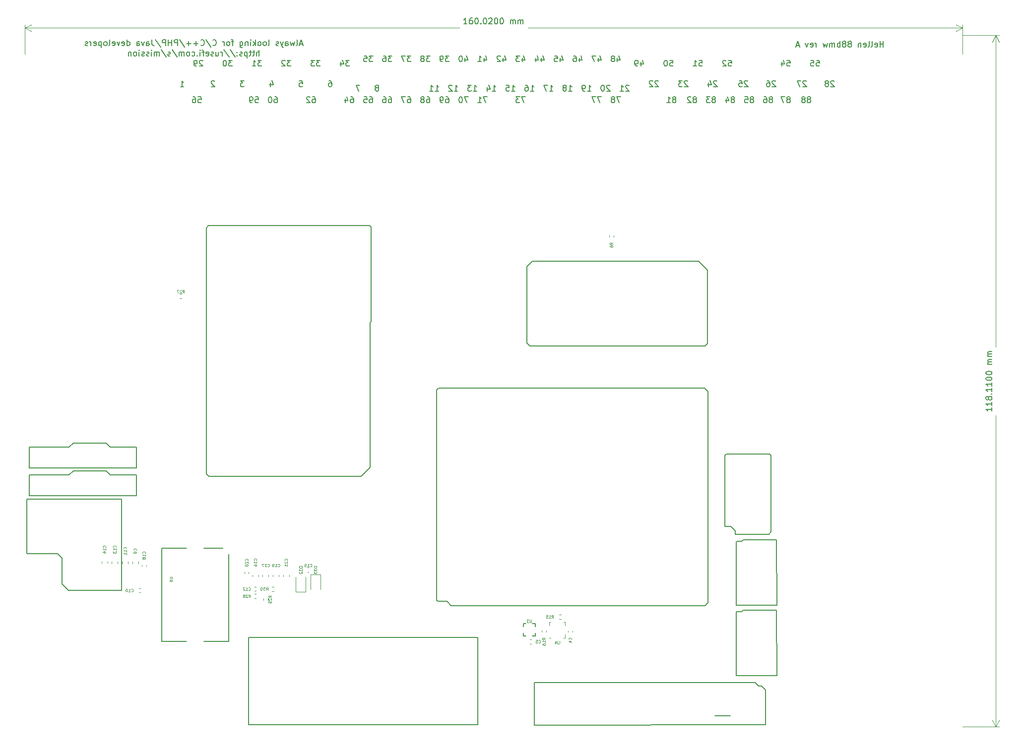
<source format=gbo>
G04 #@! TF.GenerationSoftware,KiCad,Pcbnew,(5.99.0-11247-g3f6811f413)*
G04 #@! TF.CreationDate,2021-08-04T01:05:31+03:00*
G04 #@! TF.ProjectId,hellen88bmw,68656c6c-656e-4383-9862-6d772e6b6963,rev?*
G04 #@! TF.SameCoordinates,PX3d1b110PY9269338*
G04 #@! TF.FileFunction,Legend,Bot*
G04 #@! TF.FilePolarity,Positive*
%FSLAX46Y46*%
G04 Gerber Fmt 4.6, Leading zero omitted, Abs format (unit mm)*
G04 Created by KiCad (PCBNEW (5.99.0-11247-g3f6811f413)) date 2021-08-04 01:05:31*
%MOMM*%
%LPD*%
G01*
G04 APERTURE LIST*
%ADD10C,0.150000*%
%ADD11C,0.120000*%
%ADD12C,0.070000*%
%ADD13C,0.200000*%
%ADD14C,0.203200*%
%ADD15C,0.127000*%
%ADD16C,0.100000*%
G04 APERTURE END LIST*
D10*
X32461714Y110225381D02*
X32414095Y110273000D01*
X32318857Y110320620D01*
X32080761Y110320620D01*
X31985523Y110273000D01*
X31937904Y110225381D01*
X31890285Y110130143D01*
X31890285Y110034905D01*
X31937904Y109892048D01*
X32509333Y109320620D01*
X31890285Y109320620D01*
X130164095Y113820620D02*
X130640285Y113820620D01*
X130687904Y113344429D01*
X130640285Y113392048D01*
X130545047Y113439667D01*
X130306952Y113439667D01*
X130211714Y113392048D01*
X130164095Y113344429D01*
X130116476Y113249191D01*
X130116476Y113011096D01*
X130164095Y112915858D01*
X130211714Y112868239D01*
X130306952Y112820620D01*
X130545047Y112820620D01*
X130640285Y112868239D01*
X130687904Y112915858D01*
X129259333Y113487286D02*
X129259333Y112820620D01*
X129497428Y113868239D02*
X129735523Y113153953D01*
X129116476Y113153953D01*
X91461714Y114237286D02*
X91461714Y113570620D01*
X91699809Y114618239D02*
X91937904Y113903953D01*
X91318857Y113903953D01*
X90461714Y114570620D02*
X90937904Y114570620D01*
X90985523Y114094429D01*
X90937904Y114142048D01*
X90842666Y114189667D01*
X90604571Y114189667D01*
X90509333Y114142048D01*
X90461714Y114094429D01*
X90414095Y113999191D01*
X90414095Y113761096D01*
X90461714Y113665858D01*
X90509333Y113618239D01*
X90604571Y113570620D01*
X90842666Y113570620D01*
X90937904Y113618239D01*
X90985523Y113665858D01*
X72485523Y114570620D02*
X71866476Y114570620D01*
X72199809Y114189667D01*
X72056952Y114189667D01*
X71961714Y114142048D01*
X71914095Y114094429D01*
X71866476Y113999191D01*
X71866476Y113761096D01*
X71914095Y113665858D01*
X71961714Y113618239D01*
X72056952Y113570620D01*
X72342666Y113570620D01*
X72437904Y113618239D01*
X72485523Y113665858D01*
X71390285Y113570620D02*
X71199809Y113570620D01*
X71104571Y113618239D01*
X71056952Y113665858D01*
X70961714Y113808715D01*
X70914095Y113999191D01*
X70914095Y114380143D01*
X70961714Y114475381D01*
X71009333Y114523000D01*
X71104571Y114570620D01*
X71295047Y114570620D01*
X71390285Y114523000D01*
X71437904Y114475381D01*
X71485523Y114380143D01*
X71485523Y114142048D01*
X71437904Y114046810D01*
X71390285Y113999191D01*
X71295047Y113951572D01*
X71104571Y113951572D01*
X71009333Y113999191D01*
X70961714Y114046810D01*
X70914095Y114142048D01*
X124247428Y107142048D02*
X124342666Y107189667D01*
X124390285Y107237286D01*
X124437904Y107332524D01*
X124437904Y107380143D01*
X124390285Y107475381D01*
X124342666Y107523000D01*
X124247428Y107570620D01*
X124056952Y107570620D01*
X123961714Y107523000D01*
X123914095Y107475381D01*
X123866476Y107380143D01*
X123866476Y107332524D01*
X123914095Y107237286D01*
X123961714Y107189667D01*
X124056952Y107142048D01*
X124247428Y107142048D01*
X124342666Y107094429D01*
X124390285Y107046810D01*
X124437904Y106951572D01*
X124437904Y106761096D01*
X124390285Y106665858D01*
X124342666Y106618239D01*
X124247428Y106570620D01*
X124056952Y106570620D01*
X123961714Y106618239D01*
X123914095Y106665858D01*
X123866476Y106761096D01*
X123866476Y106951572D01*
X123914095Y107046810D01*
X123961714Y107094429D01*
X124056952Y107142048D01*
X122961714Y107570620D02*
X123437904Y107570620D01*
X123485523Y107094429D01*
X123437904Y107142048D01*
X123342666Y107189667D01*
X123104571Y107189667D01*
X123009333Y107142048D01*
X122961714Y107094429D01*
X122914095Y106999191D01*
X122914095Y106761096D01*
X122961714Y106665858D01*
X123009333Y106618239D01*
X123104571Y106570620D01*
X123342666Y106570620D01*
X123437904Y106618239D01*
X123485523Y106665858D01*
X76616476Y108570620D02*
X77187904Y108570620D01*
X76902190Y108570620D02*
X76902190Y109570620D01*
X76997428Y109427762D01*
X77092666Y109332524D01*
X77187904Y109284905D01*
X76283142Y109570620D02*
X75664095Y109570620D01*
X75997428Y109189667D01*
X75854571Y109189667D01*
X75759333Y109142048D01*
X75711714Y109094429D01*
X75664095Y108999191D01*
X75664095Y108761096D01*
X75711714Y108665858D01*
X75759333Y108618239D01*
X75854571Y108570620D01*
X76140285Y108570620D01*
X76235523Y108618239D01*
X76283142Y108665858D01*
X29664095Y107570620D02*
X30140285Y107570620D01*
X30187904Y107094429D01*
X30140285Y107142048D01*
X30045047Y107189667D01*
X29806952Y107189667D01*
X29711714Y107142048D01*
X29664095Y107094429D01*
X29616476Y106999191D01*
X29616476Y106761096D01*
X29664095Y106665858D01*
X29711714Y106618239D01*
X29806952Y106570620D01*
X30045047Y106570620D01*
X30140285Y106618239D01*
X30187904Y106665858D01*
X28759333Y107570620D02*
X28949809Y107570620D01*
X29045047Y107523000D01*
X29092666Y107475381D01*
X29187904Y107332524D01*
X29235523Y107142048D01*
X29235523Y106761096D01*
X29187904Y106665858D01*
X29140285Y106618239D01*
X29045047Y106570620D01*
X28854571Y106570620D01*
X28759333Y106618239D01*
X28711714Y106665858D01*
X28664095Y106761096D01*
X28664095Y106999191D01*
X28711714Y107094429D01*
X28759333Y107142048D01*
X28854571Y107189667D01*
X29045047Y107189667D01*
X29140285Y107142048D01*
X29187904Y107094429D01*
X29235523Y106999191D01*
X138187904Y110225381D02*
X138140285Y110273000D01*
X138045047Y110320620D01*
X137806952Y110320620D01*
X137711714Y110273000D01*
X137664095Y110225381D01*
X137616476Y110130143D01*
X137616476Y110034905D01*
X137664095Y109892048D01*
X138235523Y109320620D01*
X137616476Y109320620D01*
X137045047Y109892048D02*
X137140285Y109939667D01*
X137187904Y109987286D01*
X137235523Y110082524D01*
X137235523Y110130143D01*
X137187904Y110225381D01*
X137140285Y110273000D01*
X137045047Y110320620D01*
X136854571Y110320620D01*
X136759333Y110273000D01*
X136711714Y110225381D01*
X136664095Y110130143D01*
X136664095Y110082524D01*
X136711714Y109987286D01*
X136759333Y109939667D01*
X136854571Y109892048D01*
X137045047Y109892048D01*
X137140285Y109844429D01*
X137187904Y109796810D01*
X137235523Y109701572D01*
X137235523Y109511096D01*
X137187904Y109415858D01*
X137140285Y109368239D01*
X137045047Y109320620D01*
X136854571Y109320620D01*
X136759333Y109368239D01*
X136711714Y109415858D01*
X136664095Y109511096D01*
X136664095Y109701572D01*
X136711714Y109796810D01*
X136759333Y109844429D01*
X136854571Y109892048D01*
X59485523Y114570620D02*
X58866476Y114570620D01*
X59199809Y114189667D01*
X59056952Y114189667D01*
X58961714Y114142048D01*
X58914095Y114094429D01*
X58866476Y113999191D01*
X58866476Y113761096D01*
X58914095Y113665858D01*
X58961714Y113618239D01*
X59056952Y113570620D01*
X59342666Y113570620D01*
X59437904Y113618239D01*
X59485523Y113665858D01*
X57961714Y114570620D02*
X58437904Y114570620D01*
X58485523Y114094429D01*
X58437904Y114142048D01*
X58342666Y114189667D01*
X58104571Y114189667D01*
X58009333Y114142048D01*
X57961714Y114094429D01*
X57914095Y113999191D01*
X57914095Y113761096D01*
X57961714Y113665858D01*
X58009333Y113618239D01*
X58104571Y113570620D01*
X58342666Y113570620D01*
X58437904Y113618239D01*
X58485523Y113665858D01*
X57259333Y109570620D02*
X56592666Y109570620D01*
X57021238Y108570620D01*
X130497428Y107142048D02*
X130592666Y107189667D01*
X130640285Y107237286D01*
X130687904Y107332524D01*
X130687904Y107380143D01*
X130640285Y107475381D01*
X130592666Y107523000D01*
X130497428Y107570620D01*
X130306952Y107570620D01*
X130211714Y107523000D01*
X130164095Y107475381D01*
X130116476Y107380143D01*
X130116476Y107332524D01*
X130164095Y107237286D01*
X130211714Y107189667D01*
X130306952Y107142048D01*
X130497428Y107142048D01*
X130592666Y107094429D01*
X130640285Y107046810D01*
X130687904Y106951572D01*
X130687904Y106761096D01*
X130640285Y106665858D01*
X130592666Y106618239D01*
X130497428Y106570620D01*
X130306952Y106570620D01*
X130211714Y106618239D01*
X130164095Y106665858D01*
X130116476Y106761096D01*
X130116476Y106951572D01*
X130164095Y107046810D01*
X130211714Y107094429D01*
X130306952Y107142048D01*
X129783142Y107570620D02*
X129116476Y107570620D01*
X129545047Y106570620D01*
X45485523Y113820620D02*
X44866476Y113820620D01*
X45199809Y113439667D01*
X45056952Y113439667D01*
X44961714Y113392048D01*
X44914095Y113344429D01*
X44866476Y113249191D01*
X44866476Y113011096D01*
X44914095Y112915858D01*
X44961714Y112868239D01*
X45056952Y112820620D01*
X45342666Y112820620D01*
X45437904Y112868239D01*
X45485523Y112915858D01*
X44485523Y113725381D02*
X44437904Y113773000D01*
X44342666Y113820620D01*
X44104571Y113820620D01*
X44009333Y113773000D01*
X43961714Y113725381D01*
X43914095Y113630143D01*
X43914095Y113534905D01*
X43961714Y113392048D01*
X44533142Y112820620D01*
X43914095Y112820620D01*
X120997428Y107142048D02*
X121092666Y107189667D01*
X121140285Y107237286D01*
X121187904Y107332524D01*
X121187904Y107380143D01*
X121140285Y107475381D01*
X121092666Y107523000D01*
X120997428Y107570620D01*
X120806952Y107570620D01*
X120711714Y107523000D01*
X120664095Y107475381D01*
X120616476Y107380143D01*
X120616476Y107332524D01*
X120664095Y107237286D01*
X120711714Y107189667D01*
X120806952Y107142048D01*
X120997428Y107142048D01*
X121092666Y107094429D01*
X121140285Y107046810D01*
X121187904Y106951572D01*
X121187904Y106761096D01*
X121140285Y106665858D01*
X121092666Y106618239D01*
X120997428Y106570620D01*
X120806952Y106570620D01*
X120711714Y106618239D01*
X120664095Y106665858D01*
X120616476Y106761096D01*
X120616476Y106951572D01*
X120664095Y107046810D01*
X120711714Y107094429D01*
X120806952Y107142048D01*
X119759333Y107237286D02*
X119759333Y106570620D01*
X119997428Y107618239D02*
X120235523Y106903953D01*
X119616476Y106903953D01*
X69235523Y114570620D02*
X68616476Y114570620D01*
X68949809Y114189667D01*
X68806952Y114189667D01*
X68711714Y114142048D01*
X68664095Y114094429D01*
X68616476Y113999191D01*
X68616476Y113761096D01*
X68664095Y113665858D01*
X68711714Y113618239D01*
X68806952Y113570620D01*
X69092666Y113570620D01*
X69187904Y113618239D01*
X69235523Y113665858D01*
X68045047Y114142048D02*
X68140285Y114189667D01*
X68187904Y114237286D01*
X68235523Y114332524D01*
X68235523Y114380143D01*
X68187904Y114475381D01*
X68140285Y114523000D01*
X68045047Y114570620D01*
X67854571Y114570620D01*
X67759333Y114523000D01*
X67711714Y114475381D01*
X67664095Y114380143D01*
X67664095Y114332524D01*
X67711714Y114237286D01*
X67759333Y114189667D01*
X67854571Y114142048D01*
X68045047Y114142048D01*
X68140285Y114094429D01*
X68187904Y114046810D01*
X68235523Y113951572D01*
X68235523Y113761096D01*
X68187904Y113665858D01*
X68140285Y113618239D01*
X68045047Y113570620D01*
X67854571Y113570620D01*
X67759333Y113618239D01*
X67711714Y113665858D01*
X67664095Y113761096D01*
X67664095Y113951572D01*
X67711714Y114046810D01*
X67759333Y114094429D01*
X67854571Y114142048D01*
X39414095Y107570620D02*
X39890285Y107570620D01*
X39937904Y107094429D01*
X39890285Y107142048D01*
X39795047Y107189667D01*
X39556952Y107189667D01*
X39461714Y107142048D01*
X39414095Y107094429D01*
X39366476Y106999191D01*
X39366476Y106761096D01*
X39414095Y106665858D01*
X39461714Y106618239D01*
X39556952Y106570620D01*
X39795047Y106570620D01*
X39890285Y106618239D01*
X39937904Y106665858D01*
X38890285Y106570620D02*
X38699809Y106570620D01*
X38604571Y106618239D01*
X38556952Y106665858D01*
X38461714Y106808715D01*
X38414095Y106999191D01*
X38414095Y107380143D01*
X38461714Y107475381D01*
X38509333Y107523000D01*
X38604571Y107570620D01*
X38795047Y107570620D01*
X38890285Y107523000D01*
X38937904Y107475381D01*
X38985523Y107380143D01*
X38985523Y107142048D01*
X38937904Y107046810D01*
X38890285Y106999191D01*
X38795047Y106951572D01*
X38604571Y106951572D01*
X38509333Y106999191D01*
X38461714Y107046810D01*
X38414095Y107142048D01*
X50485523Y113820620D02*
X49866476Y113820620D01*
X50199809Y113439667D01*
X50056952Y113439667D01*
X49961714Y113392048D01*
X49914095Y113344429D01*
X49866476Y113249191D01*
X49866476Y113011096D01*
X49914095Y112915858D01*
X49961714Y112868239D01*
X50056952Y112820620D01*
X50342666Y112820620D01*
X50437904Y112868239D01*
X50485523Y112915858D01*
X49533142Y113820620D02*
X48914095Y113820620D01*
X49247428Y113439667D01*
X49104571Y113439667D01*
X49009333Y113392048D01*
X48961714Y113344429D01*
X48914095Y113249191D01*
X48914095Y113011096D01*
X48961714Y112915858D01*
X49009333Y112868239D01*
X49104571Y112820620D01*
X49390285Y112820620D01*
X49485523Y112868239D01*
X49533142Y112915858D01*
X146580761Y116070620D02*
X146580761Y117070620D01*
X146580761Y116594429D02*
X146009333Y116594429D01*
X146009333Y116070620D02*
X146009333Y117070620D01*
X145152190Y116118239D02*
X145247428Y116070620D01*
X145437904Y116070620D01*
X145533142Y116118239D01*
X145580761Y116213477D01*
X145580761Y116594429D01*
X145533142Y116689667D01*
X145437904Y116737286D01*
X145247428Y116737286D01*
X145152190Y116689667D01*
X145104571Y116594429D01*
X145104571Y116499191D01*
X145580761Y116403953D01*
X144533142Y116070620D02*
X144628380Y116118239D01*
X144676000Y116213477D01*
X144676000Y117070620D01*
X144009333Y116070620D02*
X144104571Y116118239D01*
X144152190Y116213477D01*
X144152190Y117070620D01*
X143247428Y116118239D02*
X143342666Y116070620D01*
X143533142Y116070620D01*
X143628380Y116118239D01*
X143676000Y116213477D01*
X143676000Y116594429D01*
X143628380Y116689667D01*
X143533142Y116737286D01*
X143342666Y116737286D01*
X143247428Y116689667D01*
X143199809Y116594429D01*
X143199809Y116499191D01*
X143676000Y116403953D01*
X142771238Y116737286D02*
X142771238Y116070620D01*
X142771238Y116642048D02*
X142723619Y116689667D01*
X142628380Y116737286D01*
X142485523Y116737286D01*
X142390285Y116689667D01*
X142342666Y116594429D01*
X142342666Y116070620D01*
X140961714Y116642048D02*
X141056952Y116689667D01*
X141104571Y116737286D01*
X141152190Y116832524D01*
X141152190Y116880143D01*
X141104571Y116975381D01*
X141056952Y117023000D01*
X140961714Y117070620D01*
X140771238Y117070620D01*
X140676000Y117023000D01*
X140628380Y116975381D01*
X140580761Y116880143D01*
X140580761Y116832524D01*
X140628380Y116737286D01*
X140676000Y116689667D01*
X140771238Y116642048D01*
X140961714Y116642048D01*
X141056952Y116594429D01*
X141104571Y116546810D01*
X141152190Y116451572D01*
X141152190Y116261096D01*
X141104571Y116165858D01*
X141056952Y116118239D01*
X140961714Y116070620D01*
X140771238Y116070620D01*
X140676000Y116118239D01*
X140628380Y116165858D01*
X140580761Y116261096D01*
X140580761Y116451572D01*
X140628380Y116546810D01*
X140676000Y116594429D01*
X140771238Y116642048D01*
X140009333Y116642048D02*
X140104571Y116689667D01*
X140152190Y116737286D01*
X140199809Y116832524D01*
X140199809Y116880143D01*
X140152190Y116975381D01*
X140104571Y117023000D01*
X140009333Y117070620D01*
X139818857Y117070620D01*
X139723619Y117023000D01*
X139676000Y116975381D01*
X139628380Y116880143D01*
X139628380Y116832524D01*
X139676000Y116737286D01*
X139723619Y116689667D01*
X139818857Y116642048D01*
X140009333Y116642048D01*
X140104571Y116594429D01*
X140152190Y116546810D01*
X140199809Y116451572D01*
X140199809Y116261096D01*
X140152190Y116165858D01*
X140104571Y116118239D01*
X140009333Y116070620D01*
X139818857Y116070620D01*
X139723619Y116118239D01*
X139676000Y116165858D01*
X139628380Y116261096D01*
X139628380Y116451572D01*
X139676000Y116546810D01*
X139723619Y116594429D01*
X139818857Y116642048D01*
X139199809Y116070620D02*
X139199809Y117070620D01*
X139199809Y116689667D02*
X139104571Y116737286D01*
X138914095Y116737286D01*
X138818857Y116689667D01*
X138771238Y116642048D01*
X138723619Y116546810D01*
X138723619Y116261096D01*
X138771238Y116165858D01*
X138818857Y116118239D01*
X138914095Y116070620D01*
X139104571Y116070620D01*
X139199809Y116118239D01*
X138295047Y116070620D02*
X138295047Y116737286D01*
X138295047Y116642048D02*
X138247428Y116689667D01*
X138152190Y116737286D01*
X138009333Y116737286D01*
X137914095Y116689667D01*
X137866476Y116594429D01*
X137866476Y116070620D01*
X137866476Y116594429D02*
X137818857Y116689667D01*
X137723619Y116737286D01*
X137580761Y116737286D01*
X137485523Y116689667D01*
X137437904Y116594429D01*
X137437904Y116070620D01*
X137056952Y116737286D02*
X136866476Y116070620D01*
X136676000Y116546810D01*
X136485523Y116070620D01*
X136295047Y116737286D01*
X135152190Y116070620D02*
X135152190Y116737286D01*
X135152190Y116546810D02*
X135104571Y116642048D01*
X135056952Y116689667D01*
X134961714Y116737286D01*
X134866476Y116737286D01*
X134152190Y116118239D02*
X134247428Y116070620D01*
X134437904Y116070620D01*
X134533142Y116118239D01*
X134580761Y116213477D01*
X134580761Y116594429D01*
X134533142Y116689667D01*
X134437904Y116737286D01*
X134247428Y116737286D01*
X134152190Y116689667D01*
X134104571Y116594429D01*
X134104571Y116499191D01*
X134580761Y116403953D01*
X133771238Y116737286D02*
X133533142Y116070620D01*
X133295047Y116737286D01*
X132199809Y116356334D02*
X131723619Y116356334D01*
X132295047Y116070620D02*
X131961714Y117070620D01*
X131628380Y116070620D01*
X94711714Y114237286D02*
X94711714Y113570620D01*
X94949809Y114618239D02*
X95187904Y113903953D01*
X94568857Y113903953D01*
X93759333Y114570620D02*
X93949809Y114570620D01*
X94045047Y114523000D01*
X94092666Y114475381D01*
X94187904Y114332524D01*
X94235523Y114142048D01*
X94235523Y113761096D01*
X94187904Y113665858D01*
X94140285Y113618239D01*
X94045047Y113570620D01*
X93854571Y113570620D01*
X93759333Y113618239D01*
X93711714Y113665858D01*
X93664095Y113761096D01*
X93664095Y113999191D01*
X93711714Y114094429D01*
X93759333Y114142048D01*
X93854571Y114189667D01*
X94045047Y114189667D01*
X94140285Y114142048D01*
X94187904Y114094429D01*
X94235523Y113999191D01*
X30437904Y113725381D02*
X30390285Y113773000D01*
X30295047Y113820620D01*
X30056952Y113820620D01*
X29961714Y113773000D01*
X29914095Y113725381D01*
X29866476Y113630143D01*
X29866476Y113534905D01*
X29914095Y113392048D01*
X30485523Y112820620D01*
X29866476Y112820620D01*
X29390285Y112820620D02*
X29199809Y112820620D01*
X29104571Y112868239D01*
X29056952Y112915858D01*
X28961714Y113058715D01*
X28914095Y113249191D01*
X28914095Y113630143D01*
X28961714Y113725381D01*
X29009333Y113773000D01*
X29104571Y113820620D01*
X29295047Y113820620D01*
X29390285Y113773000D01*
X29437904Y113725381D01*
X29485523Y113630143D01*
X29485523Y113392048D01*
X29437904Y113296810D01*
X29390285Y113249191D01*
X29295047Y113201572D01*
X29104571Y113201572D01*
X29009333Y113249191D01*
X28961714Y113296810D01*
X28914095Y113392048D01*
X65461714Y107570620D02*
X65652190Y107570620D01*
X65747428Y107523000D01*
X65795047Y107475381D01*
X65890285Y107332524D01*
X65937904Y107142048D01*
X65937904Y106761096D01*
X65890285Y106665858D01*
X65842666Y106618239D01*
X65747428Y106570620D01*
X65556952Y106570620D01*
X65461714Y106618239D01*
X65414095Y106665858D01*
X65366476Y106761096D01*
X65366476Y106999191D01*
X65414095Y107094429D01*
X65461714Y107142048D01*
X65556952Y107189667D01*
X65747428Y107189667D01*
X65842666Y107142048D01*
X65890285Y107094429D01*
X65937904Y106999191D01*
X65033142Y107570620D02*
X64366476Y107570620D01*
X64795047Y106570620D01*
X47473619Y116606334D02*
X46997428Y116606334D01*
X47568857Y116320620D02*
X47235523Y117320620D01*
X46902190Y116320620D01*
X46426000Y116320620D02*
X46521238Y116368239D01*
X46568857Y116463477D01*
X46568857Y117320620D01*
X46140285Y116987286D02*
X45949809Y116320620D01*
X45759333Y116796810D01*
X45568857Y116320620D01*
X45378380Y116987286D01*
X44568857Y116320620D02*
X44568857Y116844429D01*
X44616476Y116939667D01*
X44711714Y116987286D01*
X44902190Y116987286D01*
X44997428Y116939667D01*
X44568857Y116368239D02*
X44664095Y116320620D01*
X44902190Y116320620D01*
X44997428Y116368239D01*
X45045047Y116463477D01*
X45045047Y116558715D01*
X44997428Y116653953D01*
X44902190Y116701572D01*
X44664095Y116701572D01*
X44568857Y116749191D01*
X44187904Y116987286D02*
X43949809Y116320620D01*
X43711714Y116987286D02*
X43949809Y116320620D01*
X44045047Y116082524D01*
X44092666Y116034905D01*
X44187904Y115987286D01*
X43378380Y116368239D02*
X43283142Y116320620D01*
X43092666Y116320620D01*
X42997428Y116368239D01*
X42949809Y116463477D01*
X42949809Y116511096D01*
X42997428Y116606334D01*
X43092666Y116653953D01*
X43235523Y116653953D01*
X43330761Y116701572D01*
X43378380Y116796810D01*
X43378380Y116844429D01*
X43330761Y116939667D01*
X43235523Y116987286D01*
X43092666Y116987286D01*
X42997428Y116939667D01*
X41616476Y116320620D02*
X41711714Y116368239D01*
X41759333Y116463477D01*
X41759333Y117320620D01*
X41092666Y116320620D02*
X41187904Y116368239D01*
X41235523Y116415858D01*
X41283142Y116511096D01*
X41283142Y116796810D01*
X41235523Y116892048D01*
X41187904Y116939667D01*
X41092666Y116987286D01*
X40949809Y116987286D01*
X40854571Y116939667D01*
X40806952Y116892048D01*
X40759333Y116796810D01*
X40759333Y116511096D01*
X40806952Y116415858D01*
X40854571Y116368239D01*
X40949809Y116320620D01*
X41092666Y116320620D01*
X40187904Y116320620D02*
X40283142Y116368239D01*
X40330761Y116415858D01*
X40378380Y116511096D01*
X40378380Y116796810D01*
X40330761Y116892048D01*
X40283142Y116939667D01*
X40187904Y116987286D01*
X40045047Y116987286D01*
X39949809Y116939667D01*
X39902190Y116892048D01*
X39854571Y116796810D01*
X39854571Y116511096D01*
X39902190Y116415858D01*
X39949809Y116368239D01*
X40045047Y116320620D01*
X40187904Y116320620D01*
X39426000Y116320620D02*
X39426000Y117320620D01*
X39330761Y116701572D02*
X39045047Y116320620D01*
X39045047Y116987286D02*
X39426000Y116606334D01*
X38616476Y116320620D02*
X38616476Y116987286D01*
X38616476Y117320620D02*
X38664095Y117273000D01*
X38616476Y117225381D01*
X38568857Y117273000D01*
X38616476Y117320620D01*
X38616476Y117225381D01*
X38140285Y116987286D02*
X38140285Y116320620D01*
X38140285Y116892048D02*
X38092666Y116939667D01*
X37997428Y116987286D01*
X37854571Y116987286D01*
X37759333Y116939667D01*
X37711714Y116844429D01*
X37711714Y116320620D01*
X36806952Y116987286D02*
X36806952Y116177762D01*
X36854571Y116082524D01*
X36902190Y116034905D01*
X36997428Y115987286D01*
X37140285Y115987286D01*
X37235523Y116034905D01*
X36806952Y116368239D02*
X36902190Y116320620D01*
X37092666Y116320620D01*
X37187904Y116368239D01*
X37235523Y116415858D01*
X37283142Y116511096D01*
X37283142Y116796810D01*
X37235523Y116892048D01*
X37187904Y116939667D01*
X37092666Y116987286D01*
X36902190Y116987286D01*
X36806952Y116939667D01*
X35711714Y116987286D02*
X35330761Y116987286D01*
X35568857Y116320620D02*
X35568857Y117177762D01*
X35521238Y117273000D01*
X35426000Y117320620D01*
X35330761Y117320620D01*
X34854571Y116320620D02*
X34949809Y116368239D01*
X34997428Y116415858D01*
X35045047Y116511096D01*
X35045047Y116796810D01*
X34997428Y116892048D01*
X34949809Y116939667D01*
X34854571Y116987286D01*
X34711714Y116987286D01*
X34616476Y116939667D01*
X34568857Y116892048D01*
X34521238Y116796810D01*
X34521238Y116511096D01*
X34568857Y116415858D01*
X34616476Y116368239D01*
X34711714Y116320620D01*
X34854571Y116320620D01*
X34092666Y116320620D02*
X34092666Y116987286D01*
X34092666Y116796810D02*
X34045047Y116892048D01*
X33997428Y116939667D01*
X33902190Y116987286D01*
X33806952Y116987286D01*
X32140285Y116415858D02*
X32187904Y116368239D01*
X32330761Y116320620D01*
X32426000Y116320620D01*
X32568857Y116368239D01*
X32664095Y116463477D01*
X32711714Y116558715D01*
X32759333Y116749191D01*
X32759333Y116892048D01*
X32711714Y117082524D01*
X32664095Y117177762D01*
X32568857Y117273000D01*
X32426000Y117320620D01*
X32330761Y117320620D01*
X32187904Y117273000D01*
X32140285Y117225381D01*
X30997428Y117368239D02*
X31854571Y116082524D01*
X30092666Y116415858D02*
X30140285Y116368239D01*
X30283142Y116320620D01*
X30378380Y116320620D01*
X30521238Y116368239D01*
X30616476Y116463477D01*
X30664095Y116558715D01*
X30711714Y116749191D01*
X30711714Y116892048D01*
X30664095Y117082524D01*
X30616476Y117177762D01*
X30521238Y117273000D01*
X30378380Y117320620D01*
X30283142Y117320620D01*
X30140285Y117273000D01*
X30092666Y117225381D01*
X29664095Y116701572D02*
X28902190Y116701572D01*
X29283142Y116320620D02*
X29283142Y117082524D01*
X28426000Y116701572D02*
X27664095Y116701572D01*
X28045047Y116320620D02*
X28045047Y117082524D01*
X26473619Y117368239D02*
X27330761Y116082524D01*
X26140285Y116320620D02*
X26140285Y117320620D01*
X25759333Y117320620D01*
X25664095Y117273000D01*
X25616476Y117225381D01*
X25568857Y117130143D01*
X25568857Y116987286D01*
X25616476Y116892048D01*
X25664095Y116844429D01*
X25759333Y116796810D01*
X26140285Y116796810D01*
X25140285Y116320620D02*
X25140285Y117320620D01*
X25140285Y116844429D02*
X24568857Y116844429D01*
X24568857Y116320620D02*
X24568857Y117320620D01*
X24092666Y116320620D02*
X24092666Y117320620D01*
X23711714Y117320620D01*
X23616476Y117273000D01*
X23568857Y117225381D01*
X23521238Y117130143D01*
X23521238Y116987286D01*
X23568857Y116892048D01*
X23616476Y116844429D01*
X23711714Y116796810D01*
X24092666Y116796810D01*
X22378380Y117368239D02*
X23235523Y116082524D01*
X21759333Y117320620D02*
X21759333Y116606334D01*
X21806952Y116463477D01*
X21902190Y116368239D01*
X22045047Y116320620D01*
X22140285Y116320620D01*
X20854571Y116320620D02*
X20854571Y116844429D01*
X20902190Y116939667D01*
X20997428Y116987286D01*
X21187904Y116987286D01*
X21283142Y116939667D01*
X20854571Y116368239D02*
X20949809Y116320620D01*
X21187904Y116320620D01*
X21283142Y116368239D01*
X21330761Y116463477D01*
X21330761Y116558715D01*
X21283142Y116653953D01*
X21187904Y116701572D01*
X20949809Y116701572D01*
X20854571Y116749191D01*
X20473619Y116987286D02*
X20235523Y116320620D01*
X19997428Y116987286D01*
X19187904Y116320620D02*
X19187904Y116844429D01*
X19235523Y116939667D01*
X19330761Y116987286D01*
X19521238Y116987286D01*
X19616476Y116939667D01*
X19187904Y116368239D02*
X19283142Y116320620D01*
X19521238Y116320620D01*
X19616476Y116368239D01*
X19664095Y116463477D01*
X19664095Y116558715D01*
X19616476Y116653953D01*
X19521238Y116701572D01*
X19283142Y116701572D01*
X19187904Y116749191D01*
X17521238Y116320620D02*
X17521238Y117320620D01*
X17521238Y116368239D02*
X17616476Y116320620D01*
X17806952Y116320620D01*
X17902190Y116368239D01*
X17949809Y116415858D01*
X17997428Y116511096D01*
X17997428Y116796810D01*
X17949809Y116892048D01*
X17902190Y116939667D01*
X17806952Y116987286D01*
X17616476Y116987286D01*
X17521238Y116939667D01*
X16664095Y116368239D02*
X16759333Y116320620D01*
X16949809Y116320620D01*
X17045047Y116368239D01*
X17092666Y116463477D01*
X17092666Y116844429D01*
X17045047Y116939667D01*
X16949809Y116987286D01*
X16759333Y116987286D01*
X16664095Y116939667D01*
X16616476Y116844429D01*
X16616476Y116749191D01*
X17092666Y116653953D01*
X16283142Y116987286D02*
X16045047Y116320620D01*
X15806952Y116987286D01*
X15045047Y116368239D02*
X15140285Y116320620D01*
X15330761Y116320620D01*
X15426000Y116368239D01*
X15473619Y116463477D01*
X15473619Y116844429D01*
X15426000Y116939667D01*
X15330761Y116987286D01*
X15140285Y116987286D01*
X15045047Y116939667D01*
X14997428Y116844429D01*
X14997428Y116749191D01*
X15473619Y116653953D01*
X14426000Y116320620D02*
X14521238Y116368239D01*
X14568857Y116463477D01*
X14568857Y117320620D01*
X13902190Y116320620D02*
X13997428Y116368239D01*
X14045047Y116415858D01*
X14092666Y116511096D01*
X14092666Y116796810D01*
X14045047Y116892048D01*
X13997428Y116939667D01*
X13902190Y116987286D01*
X13759333Y116987286D01*
X13664095Y116939667D01*
X13616476Y116892048D01*
X13568857Y116796810D01*
X13568857Y116511096D01*
X13616476Y116415858D01*
X13664095Y116368239D01*
X13759333Y116320620D01*
X13902190Y116320620D01*
X13140285Y116987286D02*
X13140285Y115987286D01*
X13140285Y116939667D02*
X13045047Y116987286D01*
X12854571Y116987286D01*
X12759333Y116939667D01*
X12711714Y116892048D01*
X12664095Y116796810D01*
X12664095Y116511096D01*
X12711714Y116415858D01*
X12759333Y116368239D01*
X12854571Y116320620D01*
X13045047Y116320620D01*
X13140285Y116368239D01*
X11854571Y116368239D02*
X11949809Y116320620D01*
X12140285Y116320620D01*
X12235523Y116368239D01*
X12283142Y116463477D01*
X12283142Y116844429D01*
X12235523Y116939667D01*
X12140285Y116987286D01*
X11949809Y116987286D01*
X11854571Y116939667D01*
X11806952Y116844429D01*
X11806952Y116749191D01*
X12283142Y116653953D01*
X11378380Y116320620D02*
X11378380Y116987286D01*
X11378380Y116796810D02*
X11330761Y116892048D01*
X11283142Y116939667D01*
X11187904Y116987286D01*
X11092666Y116987286D01*
X10806952Y116368239D02*
X10711714Y116320620D01*
X10521238Y116320620D01*
X10426000Y116368239D01*
X10378380Y116463477D01*
X10378380Y116511096D01*
X10426000Y116606334D01*
X10521238Y116653953D01*
X10664095Y116653953D01*
X10759333Y116701572D01*
X10806952Y116796810D01*
X10806952Y116844429D01*
X10759333Y116939667D01*
X10664095Y116987286D01*
X10521238Y116987286D01*
X10426000Y116939667D01*
X86366476Y108570620D02*
X86937904Y108570620D01*
X86652190Y108570620D02*
X86652190Y109570620D01*
X86747428Y109427762D01*
X86842666Y109332524D01*
X86937904Y109284905D01*
X85509333Y109570620D02*
X85699809Y109570620D01*
X85795047Y109523000D01*
X85842666Y109475381D01*
X85937904Y109332524D01*
X85985523Y109142048D01*
X85985523Y108761096D01*
X85937904Y108665858D01*
X85890285Y108618239D01*
X85795047Y108570620D01*
X85604571Y108570620D01*
X85509333Y108618239D01*
X85461714Y108665858D01*
X85414095Y108761096D01*
X85414095Y108999191D01*
X85461714Y109094429D01*
X85509333Y109142048D01*
X85604571Y109189667D01*
X85795047Y109189667D01*
X85890285Y109142048D01*
X85937904Y109094429D01*
X85985523Y108999191D01*
X88211714Y114237286D02*
X88211714Y113570620D01*
X88449809Y114618239D02*
X88687904Y113903953D01*
X88068857Y113903953D01*
X87259333Y114237286D02*
X87259333Y113570620D01*
X87497428Y114618239D02*
X87735523Y113903953D01*
X87116476Y113903953D01*
X92866476Y108570620D02*
X93437904Y108570620D01*
X93152190Y108570620D02*
X93152190Y109570620D01*
X93247428Y109427762D01*
X93342666Y109332524D01*
X93437904Y109284905D01*
X92295047Y109142048D02*
X92390285Y109189667D01*
X92437904Y109237286D01*
X92485523Y109332524D01*
X92485523Y109380143D01*
X92437904Y109475381D01*
X92390285Y109523000D01*
X92295047Y109570620D01*
X92104571Y109570620D01*
X92009333Y109523000D01*
X91961714Y109475381D01*
X91914095Y109380143D01*
X91914095Y109332524D01*
X91961714Y109237286D01*
X92009333Y109189667D01*
X92104571Y109142048D01*
X92295047Y109142048D01*
X92390285Y109094429D01*
X92437904Y109046810D01*
X92485523Y108951572D01*
X92485523Y108761096D01*
X92437904Y108665858D01*
X92390285Y108618239D01*
X92295047Y108570620D01*
X92104571Y108570620D01*
X92009333Y108618239D01*
X91961714Y108665858D01*
X91914095Y108761096D01*
X91914095Y108951572D01*
X91961714Y109046810D01*
X92009333Y109094429D01*
X92104571Y109142048D01*
X60271238Y109142048D02*
X60366476Y109189667D01*
X60414095Y109237286D01*
X60461714Y109332524D01*
X60461714Y109380143D01*
X60414095Y109475381D01*
X60366476Y109523000D01*
X60271238Y109570620D01*
X60080761Y109570620D01*
X59985523Y109523000D01*
X59937904Y109475381D01*
X59890285Y109380143D01*
X59890285Y109332524D01*
X59937904Y109237286D01*
X59985523Y109189667D01*
X60080761Y109142048D01*
X60271238Y109142048D01*
X60366476Y109094429D01*
X60414095Y109046810D01*
X60461714Y108951572D01*
X60461714Y108761096D01*
X60414095Y108665858D01*
X60366476Y108618239D01*
X60271238Y108570620D01*
X60080761Y108570620D01*
X59985523Y108618239D01*
X59937904Y108665858D01*
X59890285Y108761096D01*
X59890285Y108951572D01*
X59937904Y109046810D01*
X59985523Y109094429D01*
X60080761Y109142048D01*
X42711714Y107570620D02*
X42902190Y107570620D01*
X42997428Y107523000D01*
X43045047Y107475381D01*
X43140285Y107332524D01*
X43187904Y107142048D01*
X43187904Y106761096D01*
X43140285Y106665858D01*
X43092666Y106618239D01*
X42997428Y106570620D01*
X42806952Y106570620D01*
X42711714Y106618239D01*
X42664095Y106665858D01*
X42616476Y106761096D01*
X42616476Y106999191D01*
X42664095Y107094429D01*
X42711714Y107142048D01*
X42806952Y107189667D01*
X42997428Y107189667D01*
X43092666Y107142048D01*
X43140285Y107094429D01*
X43187904Y106999191D01*
X41997428Y107570620D02*
X41902190Y107570620D01*
X41806952Y107523000D01*
X41759333Y107475381D01*
X41711714Y107380143D01*
X41664095Y107189667D01*
X41664095Y106951572D01*
X41711714Y106761096D01*
X41759333Y106665858D01*
X41806952Y106618239D01*
X41902190Y106570620D01*
X41997428Y106570620D01*
X42092666Y106618239D01*
X42140285Y106665858D01*
X42187904Y106761096D01*
X42235523Y106951572D01*
X42235523Y107189667D01*
X42187904Y107380143D01*
X42140285Y107475381D01*
X42092666Y107523000D01*
X41997428Y107570620D01*
X46937904Y110320620D02*
X47414095Y110320620D01*
X47461714Y109844429D01*
X47414095Y109892048D01*
X47318857Y109939667D01*
X47080761Y109939667D01*
X46985523Y109892048D01*
X46937904Y109844429D01*
X46890285Y109749191D01*
X46890285Y109511096D01*
X46937904Y109415858D01*
X46985523Y109368239D01*
X47080761Y109320620D01*
X47318857Y109320620D01*
X47414095Y109368239D01*
X47461714Y109415858D01*
X75211714Y114237286D02*
X75211714Y113570620D01*
X75449809Y114618239D02*
X75687904Y113903953D01*
X75068857Y113903953D01*
X74497428Y114570620D02*
X74402190Y114570620D01*
X74306952Y114523000D01*
X74259333Y114475381D01*
X74211714Y114380143D01*
X74164095Y114189667D01*
X74164095Y113951572D01*
X74211714Y113761096D01*
X74259333Y113665858D01*
X74306952Y113618239D01*
X74402190Y113570620D01*
X74497428Y113570620D01*
X74592666Y113618239D01*
X74640285Y113665858D01*
X74687904Y113761096D01*
X74735523Y113951572D01*
X74735523Y114189667D01*
X74687904Y114380143D01*
X74640285Y114475381D01*
X74592666Y114523000D01*
X74497428Y114570620D01*
X123437904Y110225381D02*
X123390285Y110273000D01*
X123295047Y110320620D01*
X123056952Y110320620D01*
X122961714Y110273000D01*
X122914095Y110225381D01*
X122866476Y110130143D01*
X122866476Y110034905D01*
X122914095Y109892048D01*
X123485523Y109320620D01*
X122866476Y109320620D01*
X121961714Y110320620D02*
X122437904Y110320620D01*
X122485523Y109844429D01*
X122437904Y109892048D01*
X122342666Y109939667D01*
X122104571Y109939667D01*
X122009333Y109892048D01*
X121961714Y109844429D01*
X121914095Y109749191D01*
X121914095Y109511096D01*
X121961714Y109415858D01*
X122009333Y109368239D01*
X122104571Y109320620D01*
X122342666Y109320620D01*
X122437904Y109368239D01*
X122485523Y109415858D01*
X55711714Y107570620D02*
X55902190Y107570620D01*
X55997428Y107523000D01*
X56045047Y107475381D01*
X56140285Y107332524D01*
X56187904Y107142048D01*
X56187904Y106761096D01*
X56140285Y106665858D01*
X56092666Y106618239D01*
X55997428Y106570620D01*
X55806952Y106570620D01*
X55711714Y106618239D01*
X55664095Y106665858D01*
X55616476Y106761096D01*
X55616476Y106999191D01*
X55664095Y107094429D01*
X55711714Y107142048D01*
X55806952Y107189667D01*
X55997428Y107189667D01*
X56092666Y107142048D01*
X56140285Y107094429D01*
X56187904Y106999191D01*
X54759333Y107237286D02*
X54759333Y106570620D01*
X54997428Y107618239D02*
X55235523Y106903953D01*
X54616476Y106903953D01*
X83116476Y108570620D02*
X83687904Y108570620D01*
X83402190Y108570620D02*
X83402190Y109570620D01*
X83497428Y109427762D01*
X83592666Y109332524D01*
X83687904Y109284905D01*
X82211714Y109570620D02*
X82687904Y109570620D01*
X82735523Y109094429D01*
X82687904Y109142048D01*
X82592666Y109189667D01*
X82354571Y109189667D01*
X82259333Y109142048D01*
X82211714Y109094429D01*
X82164095Y108999191D01*
X82164095Y108761096D01*
X82211714Y108665858D01*
X82259333Y108618239D01*
X82354571Y108570620D01*
X82592666Y108570620D01*
X82687904Y108618239D01*
X82735523Y108665858D01*
X110997428Y107142048D02*
X111092666Y107189667D01*
X111140285Y107237286D01*
X111187904Y107332524D01*
X111187904Y107380143D01*
X111140285Y107475381D01*
X111092666Y107523000D01*
X110997428Y107570620D01*
X110806952Y107570620D01*
X110711714Y107523000D01*
X110664095Y107475381D01*
X110616476Y107380143D01*
X110616476Y107332524D01*
X110664095Y107237286D01*
X110711714Y107189667D01*
X110806952Y107142048D01*
X110997428Y107142048D01*
X111092666Y107094429D01*
X111140285Y107046810D01*
X111187904Y106951572D01*
X111187904Y106761096D01*
X111140285Y106665858D01*
X111092666Y106618239D01*
X110997428Y106570620D01*
X110806952Y106570620D01*
X110711714Y106618239D01*
X110664095Y106665858D01*
X110616476Y106761096D01*
X110616476Y106951572D01*
X110664095Y107046810D01*
X110711714Y107094429D01*
X110806952Y107142048D01*
X109664095Y106570620D02*
X110235523Y106570620D01*
X109949809Y106570620D02*
X109949809Y107570620D01*
X110045047Y107427762D01*
X110140285Y107332524D01*
X110235523Y107284905D01*
X58961714Y107570620D02*
X59152190Y107570620D01*
X59247428Y107523000D01*
X59295047Y107475381D01*
X59390285Y107332524D01*
X59437904Y107142048D01*
X59437904Y106761096D01*
X59390285Y106665858D01*
X59342666Y106618239D01*
X59247428Y106570620D01*
X59056952Y106570620D01*
X58961714Y106618239D01*
X58914095Y106665858D01*
X58866476Y106761096D01*
X58866476Y106999191D01*
X58914095Y107094429D01*
X58961714Y107142048D01*
X59056952Y107189667D01*
X59247428Y107189667D01*
X59342666Y107142048D01*
X59390285Y107094429D01*
X59437904Y106999191D01*
X57961714Y107570620D02*
X58437904Y107570620D01*
X58485523Y107094429D01*
X58437904Y107142048D01*
X58342666Y107189667D01*
X58104571Y107189667D01*
X58009333Y107142048D01*
X57961714Y107094429D01*
X57914095Y106999191D01*
X57914095Y106761096D01*
X57961714Y106665858D01*
X58009333Y106618239D01*
X58104571Y106570620D01*
X58342666Y106570620D01*
X58437904Y106618239D01*
X58485523Y106665858D01*
X105211714Y113487286D02*
X105211714Y112820620D01*
X105449809Y113868239D02*
X105687904Y113153953D01*
X105068857Y113153953D01*
X104640285Y112820620D02*
X104449809Y112820620D01*
X104354571Y112868239D01*
X104306952Y112915858D01*
X104211714Y113058715D01*
X104164095Y113249191D01*
X104164095Y113630143D01*
X104211714Y113725381D01*
X104259333Y113773000D01*
X104354571Y113820620D01*
X104545047Y113820620D01*
X104640285Y113773000D01*
X104687904Y113725381D01*
X104735523Y113630143D01*
X104735523Y113392048D01*
X104687904Y113296810D01*
X104640285Y113249191D01*
X104545047Y113201572D01*
X104354571Y113201572D01*
X104259333Y113249191D01*
X104211714Y113296810D01*
X104164095Y113392048D01*
X75735523Y107570620D02*
X75068857Y107570620D01*
X75497428Y106570620D01*
X74497428Y107570620D02*
X74402190Y107570620D01*
X74306952Y107523000D01*
X74259333Y107475381D01*
X74211714Y107380143D01*
X74164095Y107189667D01*
X74164095Y106951572D01*
X74211714Y106761096D01*
X74259333Y106665858D01*
X74306952Y106618239D01*
X74402190Y106570620D01*
X74497428Y106570620D01*
X74592666Y106618239D01*
X74640285Y106665858D01*
X74687904Y106761096D01*
X74735523Y106951572D01*
X74735523Y107189667D01*
X74687904Y107380143D01*
X74640285Y107475381D01*
X74592666Y107523000D01*
X74497428Y107570620D01*
X35485523Y113820620D02*
X34866476Y113820620D01*
X35199809Y113439667D01*
X35056952Y113439667D01*
X34961714Y113392048D01*
X34914095Y113344429D01*
X34866476Y113249191D01*
X34866476Y113011096D01*
X34914095Y112915858D01*
X34961714Y112868239D01*
X35056952Y112820620D01*
X35342666Y112820620D01*
X35437904Y112868239D01*
X35485523Y112915858D01*
X34247428Y113820620D02*
X34152190Y113820620D01*
X34056952Y113773000D01*
X34009333Y113725381D01*
X33961714Y113630143D01*
X33914095Y113439667D01*
X33914095Y113201572D01*
X33961714Y113011096D01*
X34009333Y112915858D01*
X34056952Y112868239D01*
X34152190Y112820620D01*
X34247428Y112820620D01*
X34342666Y112868239D01*
X34390285Y112915858D01*
X34437904Y113011096D01*
X34485523Y113201572D01*
X34485523Y113439667D01*
X34437904Y113630143D01*
X34390285Y113725381D01*
X34342666Y113773000D01*
X34247428Y113820620D01*
X40068857Y114570620D02*
X40068857Y115570620D01*
X39640285Y114570620D02*
X39640285Y115094429D01*
X39687904Y115189667D01*
X39783142Y115237286D01*
X39926000Y115237286D01*
X40021238Y115189667D01*
X40068857Y115142048D01*
X39306952Y115237286D02*
X38926000Y115237286D01*
X39164095Y115570620D02*
X39164095Y114713477D01*
X39116476Y114618239D01*
X39021238Y114570620D01*
X38926000Y114570620D01*
X38735523Y115237286D02*
X38354571Y115237286D01*
X38592666Y115570620D02*
X38592666Y114713477D01*
X38545047Y114618239D01*
X38449809Y114570620D01*
X38354571Y114570620D01*
X38021238Y115237286D02*
X38021238Y114237286D01*
X38021238Y115189667D02*
X37926000Y115237286D01*
X37735523Y115237286D01*
X37640285Y115189667D01*
X37592666Y115142048D01*
X37545047Y115046810D01*
X37545047Y114761096D01*
X37592666Y114665858D01*
X37640285Y114618239D01*
X37735523Y114570620D01*
X37926000Y114570620D01*
X38021238Y114618239D01*
X37164095Y114618239D02*
X37068857Y114570620D01*
X36878380Y114570620D01*
X36783142Y114618239D01*
X36735523Y114713477D01*
X36735523Y114761096D01*
X36783142Y114856334D01*
X36878380Y114903953D01*
X37021238Y114903953D01*
X37116476Y114951572D01*
X37164095Y115046810D01*
X37164095Y115094429D01*
X37116476Y115189667D01*
X37021238Y115237286D01*
X36878380Y115237286D01*
X36783142Y115189667D01*
X36306952Y114665858D02*
X36259333Y114618239D01*
X36306952Y114570620D01*
X36354571Y114618239D01*
X36306952Y114665858D01*
X36306952Y114570620D01*
X36306952Y115189667D02*
X36259333Y115142048D01*
X36306952Y115094429D01*
X36354571Y115142048D01*
X36306952Y115189667D01*
X36306952Y115094429D01*
X35116476Y115618239D02*
X35973619Y114332524D01*
X34068857Y115618239D02*
X34926000Y114332524D01*
X33735523Y114570620D02*
X33735523Y115237286D01*
X33735523Y115046810D02*
X33687904Y115142048D01*
X33640285Y115189667D01*
X33545047Y115237286D01*
X33449809Y115237286D01*
X32687904Y115237286D02*
X32687904Y114570620D01*
X33116476Y115237286D02*
X33116476Y114713477D01*
X33068857Y114618239D01*
X32973619Y114570620D01*
X32830761Y114570620D01*
X32735523Y114618239D01*
X32687904Y114665858D01*
X32259333Y114618239D02*
X32164095Y114570620D01*
X31973619Y114570620D01*
X31878380Y114618239D01*
X31830761Y114713477D01*
X31830761Y114761096D01*
X31878380Y114856334D01*
X31973619Y114903953D01*
X32116476Y114903953D01*
X32211714Y114951572D01*
X32259333Y115046810D01*
X32259333Y115094429D01*
X32211714Y115189667D01*
X32116476Y115237286D01*
X31973619Y115237286D01*
X31878380Y115189667D01*
X31021238Y114618239D02*
X31116476Y114570620D01*
X31306952Y114570620D01*
X31402190Y114618239D01*
X31449809Y114713477D01*
X31449809Y115094429D01*
X31402190Y115189667D01*
X31306952Y115237286D01*
X31116476Y115237286D01*
X31021238Y115189667D01*
X30973619Y115094429D01*
X30973619Y114999191D01*
X31449809Y114903953D01*
X30687904Y115237286D02*
X30306952Y115237286D01*
X30545047Y114570620D02*
X30545047Y115427762D01*
X30497428Y115523000D01*
X30402190Y115570620D01*
X30306952Y115570620D01*
X29973619Y114570620D02*
X29973619Y115237286D01*
X29973619Y115570620D02*
X30021238Y115523000D01*
X29973619Y115475381D01*
X29926000Y115523000D01*
X29973619Y115570620D01*
X29973619Y115475381D01*
X29497428Y114665858D02*
X29449809Y114618239D01*
X29497428Y114570620D01*
X29545047Y114618239D01*
X29497428Y114665858D01*
X29497428Y114570620D01*
X28592666Y114618239D02*
X28687904Y114570620D01*
X28878380Y114570620D01*
X28973619Y114618239D01*
X29021238Y114665858D01*
X29068857Y114761096D01*
X29068857Y115046810D01*
X29021238Y115142048D01*
X28973619Y115189667D01*
X28878380Y115237286D01*
X28687904Y115237286D01*
X28592666Y115189667D01*
X28021238Y114570620D02*
X28116476Y114618239D01*
X28164095Y114665858D01*
X28211714Y114761096D01*
X28211714Y115046810D01*
X28164095Y115142048D01*
X28116476Y115189667D01*
X28021238Y115237286D01*
X27878380Y115237286D01*
X27783142Y115189667D01*
X27735523Y115142048D01*
X27687904Y115046810D01*
X27687904Y114761096D01*
X27735523Y114665858D01*
X27783142Y114618239D01*
X27878380Y114570620D01*
X28021238Y114570620D01*
X27259333Y114570620D02*
X27259333Y115237286D01*
X27259333Y115142048D02*
X27211714Y115189667D01*
X27116476Y115237286D01*
X26973619Y115237286D01*
X26878380Y115189667D01*
X26830761Y115094429D01*
X26830761Y114570620D01*
X26830761Y115094429D02*
X26783142Y115189667D01*
X26687904Y115237286D01*
X26545047Y115237286D01*
X26449809Y115189667D01*
X26402190Y115094429D01*
X26402190Y114570620D01*
X25211714Y115618239D02*
X26068857Y114332524D01*
X24926000Y114618239D02*
X24830761Y114570620D01*
X24640285Y114570620D01*
X24545047Y114618239D01*
X24497428Y114713477D01*
X24497428Y114761096D01*
X24545047Y114856334D01*
X24640285Y114903953D01*
X24783142Y114903953D01*
X24878380Y114951572D01*
X24926000Y115046810D01*
X24926000Y115094429D01*
X24878380Y115189667D01*
X24783142Y115237286D01*
X24640285Y115237286D01*
X24545047Y115189667D01*
X23354571Y115618239D02*
X24211714Y114332524D01*
X23021238Y114570620D02*
X23021238Y115237286D01*
X23021238Y115142048D02*
X22973619Y115189667D01*
X22878380Y115237286D01*
X22735523Y115237286D01*
X22640285Y115189667D01*
X22592666Y115094429D01*
X22592666Y114570620D01*
X22592666Y115094429D02*
X22545047Y115189667D01*
X22449809Y115237286D01*
X22306952Y115237286D01*
X22211714Y115189667D01*
X22164095Y115094429D01*
X22164095Y114570620D01*
X21687904Y114570620D02*
X21687904Y115237286D01*
X21687904Y115570620D02*
X21735523Y115523000D01*
X21687904Y115475381D01*
X21640285Y115523000D01*
X21687904Y115570620D01*
X21687904Y115475381D01*
X21259333Y114618239D02*
X21164095Y114570620D01*
X20973619Y114570620D01*
X20878380Y114618239D01*
X20830761Y114713477D01*
X20830761Y114761096D01*
X20878380Y114856334D01*
X20973619Y114903953D01*
X21116476Y114903953D01*
X21211714Y114951572D01*
X21259333Y115046810D01*
X21259333Y115094429D01*
X21211714Y115189667D01*
X21116476Y115237286D01*
X20973619Y115237286D01*
X20878380Y115189667D01*
X20449809Y114618239D02*
X20354571Y114570620D01*
X20164095Y114570620D01*
X20068857Y114618239D01*
X20021238Y114713477D01*
X20021238Y114761096D01*
X20068857Y114856334D01*
X20164095Y114903953D01*
X20306952Y114903953D01*
X20402190Y114951572D01*
X20449809Y115046810D01*
X20449809Y115094429D01*
X20402190Y115189667D01*
X20306952Y115237286D01*
X20164095Y115237286D01*
X20068857Y115189667D01*
X19592666Y114570620D02*
X19592666Y115237286D01*
X19592666Y115570620D02*
X19640285Y115523000D01*
X19592666Y115475381D01*
X19545047Y115523000D01*
X19592666Y115570620D01*
X19592666Y115475381D01*
X18973619Y114570620D02*
X19068857Y114618239D01*
X19116476Y114665858D01*
X19164095Y114761096D01*
X19164095Y115046810D01*
X19116476Y115142048D01*
X19068857Y115189667D01*
X18973619Y115237286D01*
X18830761Y115237286D01*
X18735523Y115189667D01*
X18687904Y115142048D01*
X18640285Y115046810D01*
X18640285Y114761096D01*
X18687904Y114665858D01*
X18735523Y114618239D01*
X18830761Y114570620D01*
X18973619Y114570620D01*
X18211714Y115237286D02*
X18211714Y114570620D01*
X18211714Y115142048D02*
X18164095Y115189667D01*
X18068857Y115237286D01*
X17926000Y115237286D01*
X17830761Y115189667D01*
X17783142Y115094429D01*
X17783142Y114570620D01*
X78461714Y114237286D02*
X78461714Y113570620D01*
X78699809Y114618239D02*
X78937904Y113903953D01*
X78318857Y113903953D01*
X77414095Y113570620D02*
X77985523Y113570620D01*
X77699809Y113570620D02*
X77699809Y114570620D01*
X77795047Y114427762D01*
X77890285Y114332524D01*
X77985523Y114284905D01*
X84961714Y114237286D02*
X84961714Y113570620D01*
X85199809Y114618239D02*
X85437904Y113903953D01*
X84818857Y113903953D01*
X84533142Y114570620D02*
X83914095Y114570620D01*
X84247428Y114189667D01*
X84104571Y114189667D01*
X84009333Y114142048D01*
X83961714Y114094429D01*
X83914095Y113999191D01*
X83914095Y113761096D01*
X83961714Y113665858D01*
X84009333Y113618239D01*
X84104571Y113570620D01*
X84390285Y113570620D01*
X84485523Y113618239D01*
X84533142Y113665858D01*
X37509333Y110320620D02*
X36890285Y110320620D01*
X37223619Y109939667D01*
X37080761Y109939667D01*
X36985523Y109892048D01*
X36937904Y109844429D01*
X36890285Y109749191D01*
X36890285Y109511096D01*
X36937904Y109415858D01*
X36985523Y109368239D01*
X37080761Y109320620D01*
X37366476Y109320620D01*
X37461714Y109368239D01*
X37509333Y109415858D01*
X108187904Y110225381D02*
X108140285Y110273000D01*
X108045047Y110320620D01*
X107806952Y110320620D01*
X107711714Y110273000D01*
X107664095Y110225381D01*
X107616476Y110130143D01*
X107616476Y110034905D01*
X107664095Y109892048D01*
X108235523Y109320620D01*
X107616476Y109320620D01*
X107235523Y110225381D02*
X107187904Y110273000D01*
X107092666Y110320620D01*
X106854571Y110320620D01*
X106759333Y110273000D01*
X106711714Y110225381D01*
X106664095Y110130143D01*
X106664095Y110034905D01*
X106711714Y109892048D01*
X107283142Y109320620D01*
X106664095Y109320620D01*
X118187904Y110225381D02*
X118140285Y110273000D01*
X118045047Y110320620D01*
X117806952Y110320620D01*
X117711714Y110273000D01*
X117664095Y110225381D01*
X117616476Y110130143D01*
X117616476Y110034905D01*
X117664095Y109892048D01*
X118235523Y109320620D01*
X117616476Y109320620D01*
X116759333Y109987286D02*
X116759333Y109320620D01*
X116997428Y110368239D02*
X117235523Y109653953D01*
X116616476Y109653953D01*
X51985523Y110320620D02*
X52176000Y110320620D01*
X52271238Y110273000D01*
X52318857Y110225381D01*
X52414095Y110082524D01*
X52461714Y109892048D01*
X52461714Y109511096D01*
X52414095Y109415858D01*
X52366476Y109368239D01*
X52271238Y109320620D01*
X52080761Y109320620D01*
X51985523Y109368239D01*
X51937904Y109415858D01*
X51890285Y109511096D01*
X51890285Y109749191D01*
X51937904Y109844429D01*
X51985523Y109892048D01*
X52080761Y109939667D01*
X52271238Y109939667D01*
X52366476Y109892048D01*
X52414095Y109844429D01*
X52461714Y109749191D01*
X40485523Y113820620D02*
X39866476Y113820620D01*
X40199809Y113439667D01*
X40056952Y113439667D01*
X39961714Y113392048D01*
X39914095Y113344429D01*
X39866476Y113249191D01*
X39866476Y113011096D01*
X39914095Y112915858D01*
X39961714Y112868239D01*
X40056952Y112820620D01*
X40342666Y112820620D01*
X40437904Y112868239D01*
X40485523Y112915858D01*
X38914095Y112820620D02*
X39485523Y112820620D01*
X39199809Y112820620D02*
X39199809Y113820620D01*
X39295047Y113677762D01*
X39390285Y113582524D01*
X39485523Y113534905D01*
X117747428Y107142048D02*
X117842666Y107189667D01*
X117890285Y107237286D01*
X117937904Y107332524D01*
X117937904Y107380143D01*
X117890285Y107475381D01*
X117842666Y107523000D01*
X117747428Y107570620D01*
X117556952Y107570620D01*
X117461714Y107523000D01*
X117414095Y107475381D01*
X117366476Y107380143D01*
X117366476Y107332524D01*
X117414095Y107237286D01*
X117461714Y107189667D01*
X117556952Y107142048D01*
X117747428Y107142048D01*
X117842666Y107094429D01*
X117890285Y107046810D01*
X117937904Y106951572D01*
X117937904Y106761096D01*
X117890285Y106665858D01*
X117842666Y106618239D01*
X117747428Y106570620D01*
X117556952Y106570620D01*
X117461714Y106618239D01*
X117414095Y106665858D01*
X117366476Y106761096D01*
X117366476Y106951572D01*
X117414095Y107046810D01*
X117461714Y107094429D01*
X117556952Y107142048D01*
X117033142Y107570620D02*
X116414095Y107570620D01*
X116747428Y107189667D01*
X116604571Y107189667D01*
X116509333Y107142048D01*
X116461714Y107094429D01*
X116414095Y106999191D01*
X116414095Y106761096D01*
X116461714Y106665858D01*
X116509333Y106618239D01*
X116604571Y106570620D01*
X116890285Y106570620D01*
X116985523Y106618239D01*
X117033142Y106665858D01*
X97961714Y114237286D02*
X97961714Y113570620D01*
X98199809Y114618239D02*
X98437904Y113903953D01*
X97818857Y113903953D01*
X97533142Y114570620D02*
X96866476Y114570620D01*
X97295047Y113570620D01*
X62211714Y107570620D02*
X62402190Y107570620D01*
X62497428Y107523000D01*
X62545047Y107475381D01*
X62640285Y107332524D01*
X62687904Y107142048D01*
X62687904Y106761096D01*
X62640285Y106665858D01*
X62592666Y106618239D01*
X62497428Y106570620D01*
X62306952Y106570620D01*
X62211714Y106618239D01*
X62164095Y106665858D01*
X62116476Y106761096D01*
X62116476Y106999191D01*
X62164095Y107094429D01*
X62211714Y107142048D01*
X62306952Y107189667D01*
X62497428Y107189667D01*
X62592666Y107142048D01*
X62640285Y107094429D01*
X62687904Y106999191D01*
X61259333Y107570620D02*
X61449809Y107570620D01*
X61545047Y107523000D01*
X61592666Y107475381D01*
X61687904Y107332524D01*
X61735523Y107142048D01*
X61735523Y106761096D01*
X61687904Y106665858D01*
X61640285Y106618239D01*
X61545047Y106570620D01*
X61354571Y106570620D01*
X61259333Y106618239D01*
X61211714Y106665858D01*
X61164095Y106761096D01*
X61164095Y106999191D01*
X61211714Y107094429D01*
X61259333Y107142048D01*
X61354571Y107189667D01*
X61545047Y107189667D01*
X61640285Y107142048D01*
X61687904Y107094429D01*
X61735523Y106999191D01*
X99937904Y109475381D02*
X99890285Y109523000D01*
X99795047Y109570620D01*
X99556952Y109570620D01*
X99461714Y109523000D01*
X99414095Y109475381D01*
X99366476Y109380143D01*
X99366476Y109284905D01*
X99414095Y109142048D01*
X99985523Y108570620D01*
X99366476Y108570620D01*
X98747428Y109570620D02*
X98652190Y109570620D01*
X98556952Y109523000D01*
X98509333Y109475381D01*
X98461714Y109380143D01*
X98414095Y109189667D01*
X98414095Y108951572D01*
X98461714Y108761096D01*
X98509333Y108665858D01*
X98556952Y108618239D01*
X98652190Y108570620D01*
X98747428Y108570620D01*
X98842666Y108618239D01*
X98890285Y108665858D01*
X98937904Y108761096D01*
X98985523Y108951572D01*
X98985523Y109189667D01*
X98937904Y109380143D01*
X98890285Y109475381D01*
X98842666Y109523000D01*
X98747428Y109570620D01*
X110164095Y113820620D02*
X110640285Y113820620D01*
X110687904Y113344429D01*
X110640285Y113392048D01*
X110545047Y113439667D01*
X110306952Y113439667D01*
X110211714Y113392048D01*
X110164095Y113344429D01*
X110116476Y113249191D01*
X110116476Y113011096D01*
X110164095Y112915858D01*
X110211714Y112868239D01*
X110306952Y112820620D01*
X110545047Y112820620D01*
X110640285Y112868239D01*
X110687904Y112915858D01*
X109497428Y113820620D02*
X109402190Y113820620D01*
X109306952Y113773000D01*
X109259333Y113725381D01*
X109211714Y113630143D01*
X109164095Y113439667D01*
X109164095Y113201572D01*
X109211714Y113011096D01*
X109259333Y112915858D01*
X109306952Y112868239D01*
X109402190Y112820620D01*
X109497428Y112820620D01*
X109592666Y112868239D01*
X109640285Y112915858D01*
X109687904Y113011096D01*
X109735523Y113201572D01*
X109735523Y113439667D01*
X109687904Y113630143D01*
X109640285Y113725381D01*
X109592666Y113773000D01*
X109497428Y113820620D01*
X115164095Y113820620D02*
X115640285Y113820620D01*
X115687904Y113344429D01*
X115640285Y113392048D01*
X115545047Y113439667D01*
X115306952Y113439667D01*
X115211714Y113392048D01*
X115164095Y113344429D01*
X115116476Y113249191D01*
X115116476Y113011096D01*
X115164095Y112915858D01*
X115211714Y112868239D01*
X115306952Y112820620D01*
X115545047Y112820620D01*
X115640285Y112868239D01*
X115687904Y112915858D01*
X114164095Y112820620D02*
X114735523Y112820620D01*
X114449809Y112820620D02*
X114449809Y113820620D01*
X114545047Y113677762D01*
X114640285Y113582524D01*
X114735523Y113534905D01*
X71961714Y107570620D02*
X72152190Y107570620D01*
X72247428Y107523000D01*
X72295047Y107475381D01*
X72390285Y107332524D01*
X72437904Y107142048D01*
X72437904Y106761096D01*
X72390285Y106665858D01*
X72342666Y106618239D01*
X72247428Y106570620D01*
X72056952Y106570620D01*
X71961714Y106618239D01*
X71914095Y106665858D01*
X71866476Y106761096D01*
X71866476Y106999191D01*
X71914095Y107094429D01*
X71961714Y107142048D01*
X72056952Y107189667D01*
X72247428Y107189667D01*
X72342666Y107142048D01*
X72390285Y107094429D01*
X72437904Y106999191D01*
X71390285Y106570620D02*
X71199809Y106570620D01*
X71104571Y106618239D01*
X71056952Y106665858D01*
X70961714Y106808715D01*
X70914095Y106999191D01*
X70914095Y107380143D01*
X70961714Y107475381D01*
X71009333Y107523000D01*
X71104571Y107570620D01*
X71295047Y107570620D01*
X71390285Y107523000D01*
X71437904Y107475381D01*
X71485523Y107380143D01*
X71485523Y107142048D01*
X71437904Y107046810D01*
X71390285Y106999191D01*
X71295047Y106951572D01*
X71104571Y106951572D01*
X71009333Y106999191D01*
X70961714Y107046810D01*
X70914095Y107142048D01*
X113187904Y110225381D02*
X113140285Y110273000D01*
X113045047Y110320620D01*
X112806952Y110320620D01*
X112711714Y110273000D01*
X112664095Y110225381D01*
X112616476Y110130143D01*
X112616476Y110034905D01*
X112664095Y109892048D01*
X113235523Y109320620D01*
X112616476Y109320620D01*
X112283142Y110320620D02*
X111664095Y110320620D01*
X111997428Y109939667D01*
X111854571Y109939667D01*
X111759333Y109892048D01*
X111711714Y109844429D01*
X111664095Y109749191D01*
X111664095Y109511096D01*
X111711714Y109415858D01*
X111759333Y109368239D01*
X111854571Y109320620D01*
X112140285Y109320620D01*
X112235523Y109368239D01*
X112283142Y109415858D01*
X81711714Y114237286D02*
X81711714Y113570620D01*
X81949809Y114618239D02*
X82187904Y113903953D01*
X81568857Y113903953D01*
X81235523Y114475381D02*
X81187904Y114523000D01*
X81092666Y114570620D01*
X80854571Y114570620D01*
X80759333Y114523000D01*
X80711714Y114475381D01*
X80664095Y114380143D01*
X80664095Y114284905D01*
X80711714Y114142048D01*
X81283142Y113570620D01*
X80664095Y113570620D01*
X127497428Y107142048D02*
X127592666Y107189667D01*
X127640285Y107237286D01*
X127687904Y107332524D01*
X127687904Y107380143D01*
X127640285Y107475381D01*
X127592666Y107523000D01*
X127497428Y107570620D01*
X127306952Y107570620D01*
X127211714Y107523000D01*
X127164095Y107475381D01*
X127116476Y107380143D01*
X127116476Y107332524D01*
X127164095Y107237286D01*
X127211714Y107189667D01*
X127306952Y107142048D01*
X127497428Y107142048D01*
X127592666Y107094429D01*
X127640285Y107046810D01*
X127687904Y106951572D01*
X127687904Y106761096D01*
X127640285Y106665858D01*
X127592666Y106618239D01*
X127497428Y106570620D01*
X127306952Y106570620D01*
X127211714Y106618239D01*
X127164095Y106665858D01*
X127116476Y106761096D01*
X127116476Y106951572D01*
X127164095Y107046810D01*
X127211714Y107094429D01*
X127306952Y107142048D01*
X126259333Y107570620D02*
X126449809Y107570620D01*
X126545047Y107523000D01*
X126592666Y107475381D01*
X126687904Y107332524D01*
X126735523Y107142048D01*
X126735523Y106761096D01*
X126687904Y106665858D01*
X126640285Y106618239D01*
X126545047Y106570620D01*
X126354571Y106570620D01*
X126259333Y106618239D01*
X126211714Y106665858D01*
X126164095Y106761096D01*
X126164095Y106999191D01*
X126211714Y107094429D01*
X126259333Y107142048D01*
X126354571Y107189667D01*
X126545047Y107189667D01*
X126640285Y107142048D01*
X126687904Y107094429D01*
X126735523Y106999191D01*
X89616476Y108570620D02*
X90187904Y108570620D01*
X89902190Y108570620D02*
X89902190Y109570620D01*
X89997428Y109427762D01*
X90092666Y109332524D01*
X90187904Y109284905D01*
X89283142Y109570620D02*
X88616476Y109570620D01*
X89045047Y108570620D01*
X70116476Y108570620D02*
X70687904Y108570620D01*
X70402190Y108570620D02*
X70402190Y109570620D01*
X70497428Y109427762D01*
X70592666Y109332524D01*
X70687904Y109284905D01*
X69164095Y108570620D02*
X69735523Y108570620D01*
X69449809Y108570620D02*
X69449809Y109570620D01*
X69545047Y109427762D01*
X69640285Y109332524D01*
X69735523Y109284905D01*
X98485523Y107570620D02*
X97818857Y107570620D01*
X98247428Y106570620D01*
X97533142Y107570620D02*
X96866476Y107570620D01*
X97295047Y106570620D01*
X96116476Y108570620D02*
X96687904Y108570620D01*
X96402190Y108570620D02*
X96402190Y109570620D01*
X96497428Y109427762D01*
X96592666Y109332524D01*
X96687904Y109284905D01*
X95640285Y108570620D02*
X95449809Y108570620D01*
X95354571Y108618239D01*
X95306952Y108665858D01*
X95211714Y108808715D01*
X95164095Y108999191D01*
X95164095Y109380143D01*
X95211714Y109475381D01*
X95259333Y109523000D01*
X95354571Y109570620D01*
X95545047Y109570620D01*
X95640285Y109523000D01*
X95687904Y109475381D01*
X95735523Y109380143D01*
X95735523Y109142048D01*
X95687904Y109046810D01*
X95640285Y108999191D01*
X95545047Y108951572D01*
X95354571Y108951572D01*
X95259333Y108999191D01*
X95211714Y109046810D01*
X95164095Y109142048D01*
X26640285Y109320620D02*
X27211714Y109320620D01*
X26926000Y109320620D02*
X26926000Y110320620D01*
X27021238Y110177762D01*
X27116476Y110082524D01*
X27211714Y110034905D01*
X65985523Y114570620D02*
X65366476Y114570620D01*
X65699809Y114189667D01*
X65556952Y114189667D01*
X65461714Y114142048D01*
X65414095Y114094429D01*
X65366476Y113999191D01*
X65366476Y113761096D01*
X65414095Y113665858D01*
X65461714Y113618239D01*
X65556952Y113570620D01*
X65842666Y113570620D01*
X65937904Y113618239D01*
X65985523Y113665858D01*
X65033142Y114570620D02*
X64366476Y114570620D01*
X64795047Y113570620D01*
X101211714Y114237286D02*
X101211714Y113570620D01*
X101449809Y114618239D02*
X101687904Y113903953D01*
X101068857Y113903953D01*
X100545047Y114142048D02*
X100640285Y114189667D01*
X100687904Y114237286D01*
X100735523Y114332524D01*
X100735523Y114380143D01*
X100687904Y114475381D01*
X100640285Y114523000D01*
X100545047Y114570620D01*
X100354571Y114570620D01*
X100259333Y114523000D01*
X100211714Y114475381D01*
X100164095Y114380143D01*
X100164095Y114332524D01*
X100211714Y114237286D01*
X100259333Y114189667D01*
X100354571Y114142048D01*
X100545047Y114142048D01*
X100640285Y114094429D01*
X100687904Y114046810D01*
X100735523Y113951572D01*
X100735523Y113761096D01*
X100687904Y113665858D01*
X100640285Y113618239D01*
X100545047Y113570620D01*
X100354571Y113570620D01*
X100259333Y113618239D01*
X100211714Y113665858D01*
X100164095Y113761096D01*
X100164095Y113951572D01*
X100211714Y114046810D01*
X100259333Y114094429D01*
X100354571Y114142048D01*
X79866476Y108570620D02*
X80437904Y108570620D01*
X80152190Y108570620D02*
X80152190Y109570620D01*
X80247428Y109427762D01*
X80342666Y109332524D01*
X80437904Y109284905D01*
X79009333Y109237286D02*
X79009333Y108570620D01*
X79247428Y109618239D02*
X79485523Y108903953D01*
X78866476Y108903953D01*
X68711714Y107570620D02*
X68902190Y107570620D01*
X68997428Y107523000D01*
X69045047Y107475381D01*
X69140285Y107332524D01*
X69187904Y107142048D01*
X69187904Y106761096D01*
X69140285Y106665858D01*
X69092666Y106618239D01*
X68997428Y106570620D01*
X68806952Y106570620D01*
X68711714Y106618239D01*
X68664095Y106665858D01*
X68616476Y106761096D01*
X68616476Y106999191D01*
X68664095Y107094429D01*
X68711714Y107142048D01*
X68806952Y107189667D01*
X68997428Y107189667D01*
X69092666Y107142048D01*
X69140285Y107094429D01*
X69187904Y106999191D01*
X68045047Y107142048D02*
X68140285Y107189667D01*
X68187904Y107237286D01*
X68235523Y107332524D01*
X68235523Y107380143D01*
X68187904Y107475381D01*
X68140285Y107523000D01*
X68045047Y107570620D01*
X67854571Y107570620D01*
X67759333Y107523000D01*
X67711714Y107475381D01*
X67664095Y107380143D01*
X67664095Y107332524D01*
X67711714Y107237286D01*
X67759333Y107189667D01*
X67854571Y107142048D01*
X68045047Y107142048D01*
X68140285Y107094429D01*
X68187904Y107046810D01*
X68235523Y106951572D01*
X68235523Y106761096D01*
X68187904Y106665858D01*
X68140285Y106618239D01*
X68045047Y106570620D01*
X67854571Y106570620D01*
X67759333Y106618239D01*
X67711714Y106665858D01*
X67664095Y106761096D01*
X67664095Y106951572D01*
X67711714Y107046810D01*
X67759333Y107094429D01*
X67854571Y107142048D01*
X135164095Y113820620D02*
X135640285Y113820620D01*
X135687904Y113344429D01*
X135640285Y113392048D01*
X135545047Y113439667D01*
X135306952Y113439667D01*
X135211714Y113392048D01*
X135164095Y113344429D01*
X135116476Y113249191D01*
X135116476Y113011096D01*
X135164095Y112915858D01*
X135211714Y112868239D01*
X135306952Y112820620D01*
X135545047Y112820620D01*
X135640285Y112868239D01*
X135687904Y112915858D01*
X134211714Y113820620D02*
X134687904Y113820620D01*
X134735523Y113344429D01*
X134687904Y113392048D01*
X134592666Y113439667D01*
X134354571Y113439667D01*
X134259333Y113392048D01*
X134211714Y113344429D01*
X134164095Y113249191D01*
X134164095Y113011096D01*
X134211714Y112915858D01*
X134259333Y112868239D01*
X134354571Y112820620D01*
X134592666Y112820620D01*
X134687904Y112868239D01*
X134735523Y112915858D01*
X133997428Y107142048D02*
X134092666Y107189667D01*
X134140285Y107237286D01*
X134187904Y107332524D01*
X134187904Y107380143D01*
X134140285Y107475381D01*
X134092666Y107523000D01*
X133997428Y107570620D01*
X133806952Y107570620D01*
X133711714Y107523000D01*
X133664095Y107475381D01*
X133616476Y107380143D01*
X133616476Y107332524D01*
X133664095Y107237286D01*
X133711714Y107189667D01*
X133806952Y107142048D01*
X133997428Y107142048D01*
X134092666Y107094429D01*
X134140285Y107046810D01*
X134187904Y106951572D01*
X134187904Y106761096D01*
X134140285Y106665858D01*
X134092666Y106618239D01*
X133997428Y106570620D01*
X133806952Y106570620D01*
X133711714Y106618239D01*
X133664095Y106665858D01*
X133616476Y106761096D01*
X133616476Y106951572D01*
X133664095Y107046810D01*
X133711714Y107094429D01*
X133806952Y107142048D01*
X133045047Y107142048D02*
X133140285Y107189667D01*
X133187904Y107237286D01*
X133235523Y107332524D01*
X133235523Y107380143D01*
X133187904Y107475381D01*
X133140285Y107523000D01*
X133045047Y107570620D01*
X132854571Y107570620D01*
X132759333Y107523000D01*
X132711714Y107475381D01*
X132664095Y107380143D01*
X132664095Y107332524D01*
X132711714Y107237286D01*
X132759333Y107189667D01*
X132854571Y107142048D01*
X133045047Y107142048D01*
X133140285Y107094429D01*
X133187904Y107046810D01*
X133235523Y106951572D01*
X133235523Y106761096D01*
X133187904Y106665858D01*
X133140285Y106618239D01*
X133045047Y106570620D01*
X132854571Y106570620D01*
X132759333Y106618239D01*
X132711714Y106665858D01*
X132664095Y106761096D01*
X132664095Y106951572D01*
X132711714Y107046810D01*
X132759333Y107094429D01*
X132854571Y107142048D01*
X55485523Y113820620D02*
X54866476Y113820620D01*
X55199809Y113439667D01*
X55056952Y113439667D01*
X54961714Y113392048D01*
X54914095Y113344429D01*
X54866476Y113249191D01*
X54866476Y113011096D01*
X54914095Y112915858D01*
X54961714Y112868239D01*
X55056952Y112820620D01*
X55342666Y112820620D01*
X55437904Y112868239D01*
X55485523Y112915858D01*
X54009333Y113487286D02*
X54009333Y112820620D01*
X54247428Y113868239D02*
X54485523Y113153953D01*
X53866476Y113153953D01*
X133437904Y110225381D02*
X133390285Y110273000D01*
X133295047Y110320620D01*
X133056952Y110320620D01*
X132961714Y110273000D01*
X132914095Y110225381D01*
X132866476Y110130143D01*
X132866476Y110034905D01*
X132914095Y109892048D01*
X133485523Y109320620D01*
X132866476Y109320620D01*
X132533142Y110320620D02*
X131866476Y110320620D01*
X132295047Y109320620D01*
X114497428Y107142048D02*
X114592666Y107189667D01*
X114640285Y107237286D01*
X114687904Y107332524D01*
X114687904Y107380143D01*
X114640285Y107475381D01*
X114592666Y107523000D01*
X114497428Y107570620D01*
X114306952Y107570620D01*
X114211714Y107523000D01*
X114164095Y107475381D01*
X114116476Y107380143D01*
X114116476Y107332524D01*
X114164095Y107237286D01*
X114211714Y107189667D01*
X114306952Y107142048D01*
X114497428Y107142048D01*
X114592666Y107094429D01*
X114640285Y107046810D01*
X114687904Y106951572D01*
X114687904Y106761096D01*
X114640285Y106665858D01*
X114592666Y106618239D01*
X114497428Y106570620D01*
X114306952Y106570620D01*
X114211714Y106618239D01*
X114164095Y106665858D01*
X114116476Y106761096D01*
X114116476Y106951572D01*
X114164095Y107046810D01*
X114211714Y107094429D01*
X114306952Y107142048D01*
X113735523Y107475381D02*
X113687904Y107523000D01*
X113592666Y107570620D01*
X113354571Y107570620D01*
X113259333Y107523000D01*
X113211714Y107475381D01*
X113164095Y107380143D01*
X113164095Y107284905D01*
X113211714Y107142048D01*
X113783142Y106570620D01*
X113164095Y106570620D01*
X78985523Y107570620D02*
X78318857Y107570620D01*
X78747428Y106570620D01*
X77414095Y106570620D02*
X77985523Y106570620D01*
X77699809Y106570620D02*
X77699809Y107570620D01*
X77795047Y107427762D01*
X77890285Y107332524D01*
X77985523Y107284905D01*
X101735523Y107570620D02*
X101068857Y107570620D01*
X101497428Y106570620D01*
X100545047Y107142048D02*
X100640285Y107189667D01*
X100687904Y107237286D01*
X100735523Y107332524D01*
X100735523Y107380143D01*
X100687904Y107475381D01*
X100640285Y107523000D01*
X100545047Y107570620D01*
X100354571Y107570620D01*
X100259333Y107523000D01*
X100211714Y107475381D01*
X100164095Y107380143D01*
X100164095Y107332524D01*
X100211714Y107237286D01*
X100259333Y107189667D01*
X100354571Y107142048D01*
X100545047Y107142048D01*
X100640285Y107094429D01*
X100687904Y107046810D01*
X100735523Y106951572D01*
X100735523Y106761096D01*
X100687904Y106665858D01*
X100640285Y106618239D01*
X100545047Y106570620D01*
X100354571Y106570620D01*
X100259333Y106618239D01*
X100211714Y106665858D01*
X100164095Y106761096D01*
X100164095Y106951572D01*
X100211714Y107046810D01*
X100259333Y107094429D01*
X100354571Y107142048D01*
X73366476Y108570620D02*
X73937904Y108570620D01*
X73652190Y108570620D02*
X73652190Y109570620D01*
X73747428Y109427762D01*
X73842666Y109332524D01*
X73937904Y109284905D01*
X72985523Y109475381D02*
X72937904Y109523000D01*
X72842666Y109570620D01*
X72604571Y109570620D01*
X72509333Y109523000D01*
X72461714Y109475381D01*
X72414095Y109380143D01*
X72414095Y109284905D01*
X72461714Y109142048D01*
X73033142Y108570620D01*
X72414095Y108570620D01*
X103187904Y109475381D02*
X103140285Y109523000D01*
X103045047Y109570620D01*
X102806952Y109570620D01*
X102711714Y109523000D01*
X102664095Y109475381D01*
X102616476Y109380143D01*
X102616476Y109284905D01*
X102664095Y109142048D01*
X103235523Y108570620D01*
X102616476Y108570620D01*
X101664095Y108570620D02*
X102235523Y108570620D01*
X101949809Y108570620D02*
X101949809Y109570620D01*
X102045047Y109427762D01*
X102140285Y109332524D01*
X102235523Y109284905D01*
X128187904Y110225381D02*
X128140285Y110273000D01*
X128045047Y110320620D01*
X127806952Y110320620D01*
X127711714Y110273000D01*
X127664095Y110225381D01*
X127616476Y110130143D01*
X127616476Y110034905D01*
X127664095Y109892048D01*
X128235523Y109320620D01*
X127616476Y109320620D01*
X126759333Y110320620D02*
X126949809Y110320620D01*
X127045047Y110273000D01*
X127092666Y110225381D01*
X127187904Y110082524D01*
X127235523Y109892048D01*
X127235523Y109511096D01*
X127187904Y109415858D01*
X127140285Y109368239D01*
X127045047Y109320620D01*
X126854571Y109320620D01*
X126759333Y109368239D01*
X126711714Y109415858D01*
X126664095Y109511096D01*
X126664095Y109749191D01*
X126711714Y109844429D01*
X126759333Y109892048D01*
X126854571Y109939667D01*
X127045047Y109939667D01*
X127140285Y109892048D01*
X127187904Y109844429D01*
X127235523Y109749191D01*
X120164095Y113820620D02*
X120640285Y113820620D01*
X120687904Y113344429D01*
X120640285Y113392048D01*
X120545047Y113439667D01*
X120306952Y113439667D01*
X120211714Y113392048D01*
X120164095Y113344429D01*
X120116476Y113249191D01*
X120116476Y113011096D01*
X120164095Y112915858D01*
X120211714Y112868239D01*
X120306952Y112820620D01*
X120545047Y112820620D01*
X120640285Y112868239D01*
X120687904Y112915858D01*
X119735523Y113725381D02*
X119687904Y113773000D01*
X119592666Y113820620D01*
X119354571Y113820620D01*
X119259333Y113773000D01*
X119211714Y113725381D01*
X119164095Y113630143D01*
X119164095Y113534905D01*
X119211714Y113392048D01*
X119783142Y112820620D01*
X119164095Y112820620D01*
X49211714Y107570620D02*
X49402190Y107570620D01*
X49497428Y107523000D01*
X49545047Y107475381D01*
X49640285Y107332524D01*
X49687904Y107142048D01*
X49687904Y106761096D01*
X49640285Y106665858D01*
X49592666Y106618239D01*
X49497428Y106570620D01*
X49306952Y106570620D01*
X49211714Y106618239D01*
X49164095Y106665858D01*
X49116476Y106761096D01*
X49116476Y106999191D01*
X49164095Y107094429D01*
X49211714Y107142048D01*
X49306952Y107189667D01*
X49497428Y107189667D01*
X49592666Y107142048D01*
X49640285Y107094429D01*
X49687904Y106999191D01*
X48735523Y107475381D02*
X48687904Y107523000D01*
X48592666Y107570620D01*
X48354571Y107570620D01*
X48259333Y107523000D01*
X48211714Y107475381D01*
X48164095Y107380143D01*
X48164095Y107284905D01*
X48211714Y107142048D01*
X48783142Y106570620D01*
X48164095Y106570620D01*
X85485523Y107570620D02*
X84818857Y107570620D01*
X85247428Y106570620D01*
X84533142Y107570620D02*
X83914095Y107570620D01*
X84247428Y107189667D01*
X84104571Y107189667D01*
X84009333Y107142048D01*
X83961714Y107094429D01*
X83914095Y106999191D01*
X83914095Y106761096D01*
X83961714Y106665858D01*
X84009333Y106618239D01*
X84104571Y106570620D01*
X84390285Y106570620D01*
X84485523Y106618239D01*
X84533142Y106665858D01*
X41985523Y109987286D02*
X41985523Y109320620D01*
X42223619Y110368239D02*
X42461714Y109653953D01*
X41842666Y109653953D01*
X62735523Y114570620D02*
X62116476Y114570620D01*
X62449809Y114189667D01*
X62306952Y114189667D01*
X62211714Y114142048D01*
X62164095Y114094429D01*
X62116476Y113999191D01*
X62116476Y113761096D01*
X62164095Y113665858D01*
X62211714Y113618239D01*
X62306952Y113570620D01*
X62592666Y113570620D01*
X62687904Y113618239D01*
X62735523Y113665858D01*
X61259333Y114570620D02*
X61449809Y114570620D01*
X61545047Y114523000D01*
X61592666Y114475381D01*
X61687904Y114332524D01*
X61735523Y114142048D01*
X61735523Y113761096D01*
X61687904Y113665858D01*
X61640285Y113618239D01*
X61545047Y113570620D01*
X61354571Y113570620D01*
X61259333Y113618239D01*
X61211714Y113665858D01*
X61164095Y113761096D01*
X61164095Y113999191D01*
X61211714Y114094429D01*
X61259333Y114142048D01*
X61354571Y114189667D01*
X61545047Y114189667D01*
X61640285Y114142048D01*
X61687904Y114094429D01*
X61735523Y113999191D01*
X165103380Y54479191D02*
X165103380Y53907762D01*
X165103380Y54193477D02*
X164103380Y54193477D01*
X164246238Y54098239D01*
X164341476Y54003000D01*
X164389095Y53907762D01*
X165103380Y55431572D02*
X165103380Y54860143D01*
X165103380Y55145858D02*
X164103380Y55145858D01*
X164246238Y55050620D01*
X164341476Y54955381D01*
X164389095Y54860143D01*
X164531952Y56003000D02*
X164484333Y55907762D01*
X164436714Y55860143D01*
X164341476Y55812524D01*
X164293857Y55812524D01*
X164198619Y55860143D01*
X164151000Y55907762D01*
X164103380Y56003000D01*
X164103380Y56193477D01*
X164151000Y56288715D01*
X164198619Y56336334D01*
X164293857Y56383953D01*
X164341476Y56383953D01*
X164436714Y56336334D01*
X164484333Y56288715D01*
X164531952Y56193477D01*
X164531952Y56003000D01*
X164579571Y55907762D01*
X164627190Y55860143D01*
X164722428Y55812524D01*
X164912904Y55812524D01*
X165008142Y55860143D01*
X165055761Y55907762D01*
X165103380Y56003000D01*
X165103380Y56193477D01*
X165055761Y56288715D01*
X165008142Y56336334D01*
X164912904Y56383953D01*
X164722428Y56383953D01*
X164627190Y56336334D01*
X164579571Y56288715D01*
X164531952Y56193477D01*
X165008142Y56812524D02*
X165055761Y56860143D01*
X165103380Y56812524D01*
X165055761Y56764905D01*
X165008142Y56812524D01*
X165103380Y56812524D01*
X165103380Y57812524D02*
X165103380Y57241096D01*
X165103380Y57526810D02*
X164103380Y57526810D01*
X164246238Y57431572D01*
X164341476Y57336334D01*
X164389095Y57241096D01*
X165103380Y58764905D02*
X165103380Y58193477D01*
X165103380Y58479191D02*
X164103380Y58479191D01*
X164246238Y58383953D01*
X164341476Y58288715D01*
X164389095Y58193477D01*
X164103380Y59383953D02*
X164103380Y59479191D01*
X164151000Y59574429D01*
X164198619Y59622048D01*
X164293857Y59669667D01*
X164484333Y59717286D01*
X164722428Y59717286D01*
X164912904Y59669667D01*
X165008142Y59622048D01*
X165055761Y59574429D01*
X165103380Y59479191D01*
X165103380Y59383953D01*
X165055761Y59288715D01*
X165008142Y59241096D01*
X164912904Y59193477D01*
X164722428Y59145858D01*
X164484333Y59145858D01*
X164293857Y59193477D01*
X164198619Y59241096D01*
X164151000Y59288715D01*
X164103380Y59383953D01*
X164103380Y60336334D02*
X164103380Y60431572D01*
X164151000Y60526810D01*
X164198619Y60574429D01*
X164293857Y60622048D01*
X164484333Y60669667D01*
X164722428Y60669667D01*
X164912904Y60622048D01*
X165008142Y60574429D01*
X165055761Y60526810D01*
X165103380Y60431572D01*
X165103380Y60336334D01*
X165055761Y60241096D01*
X165008142Y60193477D01*
X164912904Y60145858D01*
X164722428Y60098239D01*
X164484333Y60098239D01*
X164293857Y60145858D01*
X164198619Y60193477D01*
X164151000Y60241096D01*
X164103380Y60336334D01*
X165103380Y61860143D02*
X164436714Y61860143D01*
X164531952Y61860143D02*
X164484333Y61907762D01*
X164436714Y62003000D01*
X164436714Y62145858D01*
X164484333Y62241096D01*
X164579571Y62288715D01*
X165103380Y62288715D01*
X164579571Y62288715D02*
X164484333Y62336334D01*
X164436714Y62431572D01*
X164436714Y62574429D01*
X164484333Y62669667D01*
X164579571Y62717286D01*
X165103380Y62717286D01*
X165103380Y63193477D02*
X164436714Y63193477D01*
X164531952Y63193477D02*
X164484333Y63241096D01*
X164436714Y63336334D01*
X164436714Y63479191D01*
X164484333Y63574429D01*
X164579571Y63622048D01*
X165103380Y63622048D01*
X164579571Y63622048D02*
X164484333Y63669667D01*
X164436714Y63764905D01*
X164436714Y63907762D01*
X164484333Y64003000D01*
X164579571Y64050620D01*
X165103380Y64050620D01*
D11*
X160086000Y118058000D02*
X166387420Y118058000D01*
X160086000Y-52000D02*
X166387420Y-52000D01*
X165801000Y118058000D02*
X165801000Y64863715D01*
X165801000Y53142286D02*
X165801000Y-52000D01*
X165801000Y118058000D02*
X165214579Y116931496D01*
X165801000Y118058000D02*
X166387421Y116931496D01*
X165801000Y-52000D02*
X166387421Y1074504D01*
X165801000Y-52000D02*
X165214579Y1074504D01*
D10*
X75552190Y120025620D02*
X74980761Y120025620D01*
X75266476Y120025620D02*
X75266476Y121025620D01*
X75171238Y120882762D01*
X75076000Y120787524D01*
X74980761Y120739905D01*
X76409333Y121025620D02*
X76218857Y121025620D01*
X76123619Y120978000D01*
X76076000Y120930381D01*
X75980761Y120787524D01*
X75933142Y120597048D01*
X75933142Y120216096D01*
X75980761Y120120858D01*
X76028380Y120073239D01*
X76123619Y120025620D01*
X76314095Y120025620D01*
X76409333Y120073239D01*
X76456952Y120120858D01*
X76504571Y120216096D01*
X76504571Y120454191D01*
X76456952Y120549429D01*
X76409333Y120597048D01*
X76314095Y120644667D01*
X76123619Y120644667D01*
X76028380Y120597048D01*
X75980761Y120549429D01*
X75933142Y120454191D01*
X77123619Y121025620D02*
X77218857Y121025620D01*
X77314095Y120978000D01*
X77361714Y120930381D01*
X77409333Y120835143D01*
X77456952Y120644667D01*
X77456952Y120406572D01*
X77409333Y120216096D01*
X77361714Y120120858D01*
X77314095Y120073239D01*
X77218857Y120025620D01*
X77123619Y120025620D01*
X77028380Y120073239D01*
X76980761Y120120858D01*
X76933142Y120216096D01*
X76885523Y120406572D01*
X76885523Y120644667D01*
X76933142Y120835143D01*
X76980761Y120930381D01*
X77028380Y120978000D01*
X77123619Y121025620D01*
X77885523Y120120858D02*
X77933142Y120073239D01*
X77885523Y120025620D01*
X77837904Y120073239D01*
X77885523Y120120858D01*
X77885523Y120025620D01*
X78552190Y121025620D02*
X78647428Y121025620D01*
X78742666Y120978000D01*
X78790285Y120930381D01*
X78837904Y120835143D01*
X78885523Y120644667D01*
X78885523Y120406572D01*
X78837904Y120216096D01*
X78790285Y120120858D01*
X78742666Y120073239D01*
X78647428Y120025620D01*
X78552190Y120025620D01*
X78456952Y120073239D01*
X78409333Y120120858D01*
X78361714Y120216096D01*
X78314095Y120406572D01*
X78314095Y120644667D01*
X78361714Y120835143D01*
X78409333Y120930381D01*
X78456952Y120978000D01*
X78552190Y121025620D01*
X79266476Y120930381D02*
X79314095Y120978000D01*
X79409333Y121025620D01*
X79647428Y121025620D01*
X79742666Y120978000D01*
X79790285Y120930381D01*
X79837904Y120835143D01*
X79837904Y120739905D01*
X79790285Y120597048D01*
X79218857Y120025620D01*
X79837904Y120025620D01*
X80456952Y121025620D02*
X80552190Y121025620D01*
X80647428Y120978000D01*
X80695047Y120930381D01*
X80742666Y120835143D01*
X80790285Y120644667D01*
X80790285Y120406572D01*
X80742666Y120216096D01*
X80695047Y120120858D01*
X80647428Y120073239D01*
X80552190Y120025620D01*
X80456952Y120025620D01*
X80361714Y120073239D01*
X80314095Y120120858D01*
X80266476Y120216096D01*
X80218857Y120406572D01*
X80218857Y120644667D01*
X80266476Y120835143D01*
X80314095Y120930381D01*
X80361714Y120978000D01*
X80456952Y121025620D01*
X81409333Y121025620D02*
X81504571Y121025620D01*
X81599809Y120978000D01*
X81647428Y120930381D01*
X81695047Y120835143D01*
X81742666Y120644667D01*
X81742666Y120406572D01*
X81695047Y120216096D01*
X81647428Y120120858D01*
X81599809Y120073239D01*
X81504571Y120025620D01*
X81409333Y120025620D01*
X81314095Y120073239D01*
X81266476Y120120858D01*
X81218857Y120216096D01*
X81171238Y120406572D01*
X81171238Y120644667D01*
X81218857Y120835143D01*
X81266476Y120930381D01*
X81314095Y120978000D01*
X81409333Y121025620D01*
X82933142Y120025620D02*
X82933142Y120692286D01*
X82933142Y120597048D02*
X82980761Y120644667D01*
X83076000Y120692286D01*
X83218857Y120692286D01*
X83314095Y120644667D01*
X83361714Y120549429D01*
X83361714Y120025620D01*
X83361714Y120549429D02*
X83409333Y120644667D01*
X83504571Y120692286D01*
X83647428Y120692286D01*
X83742666Y120644667D01*
X83790285Y120549429D01*
X83790285Y120025620D01*
X84266476Y120025620D02*
X84266476Y120692286D01*
X84266476Y120597048D02*
X84314095Y120644667D01*
X84409333Y120692286D01*
X84552190Y120692286D01*
X84647428Y120644667D01*
X84695047Y120549429D01*
X84695047Y120025620D01*
X84695047Y120549429D02*
X84742666Y120644667D01*
X84837904Y120692286D01*
X84980761Y120692286D01*
X85076000Y120644667D01*
X85123619Y120549429D01*
X85123619Y120025620D01*
D11*
X160086000Y114883000D02*
X160086000Y119914420D01*
X66000Y114883000D02*
X66000Y119914420D01*
X160086000Y119328000D02*
X85936715Y119328000D01*
X74215286Y119328000D02*
X66000Y119328000D01*
X160086000Y119328000D02*
X158959496Y119914421D01*
X160086000Y119328000D02*
X158959496Y118741579D01*
X66000Y119328000D02*
X1192504Y118741579D01*
X66000Y119328000D02*
X1192504Y119914421D01*
D12*
G04 #@! TO.C,R16*
X88902190Y14844429D02*
X88664095Y15011096D01*
X88902190Y15130143D02*
X88402190Y15130143D01*
X88402190Y14939667D01*
X88426000Y14892048D01*
X88449809Y14868239D01*
X88497428Y14844429D01*
X88568857Y14844429D01*
X88616476Y14868239D01*
X88640285Y14892048D01*
X88664095Y14939667D01*
X88664095Y15130143D01*
X88902190Y14368239D02*
X88902190Y14653953D01*
X88902190Y14511096D02*
X88402190Y14511096D01*
X88473619Y14558715D01*
X88521238Y14606334D01*
X88545047Y14653953D01*
X88402190Y13939667D02*
X88402190Y14034905D01*
X88426000Y14082524D01*
X88449809Y14106334D01*
X88521238Y14153953D01*
X88616476Y14177762D01*
X88806952Y14177762D01*
X88854571Y14153953D01*
X88878380Y14130143D01*
X88902190Y14082524D01*
X88902190Y13987286D01*
X88878380Y13939667D01*
X88854571Y13915858D01*
X88806952Y13892048D01*
X88687904Y13892048D01*
X88640285Y13915858D01*
X88616476Y13939667D01*
X88592666Y13987286D01*
X88592666Y14082524D01*
X88616476Y14130143D01*
X88640285Y14153953D01*
X88687904Y14177762D01*
G04 #@! TO.C,R6*
X100402190Y82356334D02*
X100164095Y82523000D01*
X100402190Y82642048D02*
X99902190Y82642048D01*
X99902190Y82451572D01*
X99926000Y82403953D01*
X99949809Y82380143D01*
X99997428Y82356334D01*
X100068857Y82356334D01*
X100116476Y82380143D01*
X100140285Y82403953D01*
X100164095Y82451572D01*
X100164095Y82642048D01*
X99902190Y81927762D02*
X99902190Y82023000D01*
X99926000Y82070620D01*
X99949809Y82094429D01*
X100021238Y82142048D01*
X100116476Y82165858D01*
X100306952Y82165858D01*
X100354571Y82142048D01*
X100378380Y82118239D01*
X100402190Y82070620D01*
X100402190Y81975381D01*
X100378380Y81927762D01*
X100354571Y81903953D01*
X100306952Y81880143D01*
X100187904Y81880143D01*
X100140285Y81903953D01*
X100116476Y81927762D01*
X100092666Y81975381D01*
X100092666Y82070620D01*
X100116476Y82118239D01*
X100140285Y82142048D01*
X100187904Y82165858D01*
G04 #@! TO.C,C13*
X15604571Y30594429D02*
X15628380Y30618239D01*
X15652190Y30689667D01*
X15652190Y30737286D01*
X15628380Y30808715D01*
X15580761Y30856334D01*
X15533142Y30880143D01*
X15437904Y30903953D01*
X15366476Y30903953D01*
X15271238Y30880143D01*
X15223619Y30856334D01*
X15176000Y30808715D01*
X15152190Y30737286D01*
X15152190Y30689667D01*
X15176000Y30618239D01*
X15199809Y30594429D01*
X15652190Y30118239D02*
X15652190Y30403953D01*
X15652190Y30261096D02*
X15152190Y30261096D01*
X15223619Y30308715D01*
X15271238Y30356334D01*
X15295047Y30403953D01*
X15152190Y29951572D02*
X15152190Y29642048D01*
X15342666Y29808715D01*
X15342666Y29737286D01*
X15366476Y29689667D01*
X15390285Y29665858D01*
X15437904Y29642048D01*
X15556952Y29642048D01*
X15604571Y29665858D01*
X15628380Y29689667D01*
X15652190Y29737286D01*
X15652190Y29880143D01*
X15628380Y29927762D01*
X15604571Y29951572D01*
G04 #@! TO.C,U6*
X24761325Y25571368D02*
X25166087Y25571368D01*
X25213706Y25547558D01*
X25237515Y25523749D01*
X25261325Y25476130D01*
X25261325Y25380892D01*
X25237515Y25333273D01*
X25213706Y25309463D01*
X25166087Y25285654D01*
X24761325Y25285654D01*
X24761325Y24833273D02*
X24761325Y24928511D01*
X24785135Y24976130D01*
X24808944Y24999939D01*
X24880373Y25047558D01*
X24975611Y25071368D01*
X25166087Y25071368D01*
X25213706Y25047558D01*
X25237515Y25023749D01*
X25261325Y24976130D01*
X25261325Y24880892D01*
X25237515Y24833273D01*
X25213706Y24809463D01*
X25166087Y24785654D01*
X25047039Y24785654D01*
X24999420Y24809463D01*
X24975611Y24833273D01*
X24951801Y24880892D01*
X24951801Y24976130D01*
X24975611Y25023749D01*
X24999420Y25047558D01*
X25047039Y25071368D01*
G04 #@! TO.C,C21*
X44854571Y28344429D02*
X44878380Y28368239D01*
X44902190Y28439667D01*
X44902190Y28487286D01*
X44878380Y28558715D01*
X44830761Y28606334D01*
X44783142Y28630143D01*
X44687904Y28653953D01*
X44616476Y28653953D01*
X44521238Y28630143D01*
X44473619Y28606334D01*
X44426000Y28558715D01*
X44402190Y28487286D01*
X44402190Y28439667D01*
X44426000Y28368239D01*
X44449809Y28344429D01*
X44449809Y28153953D02*
X44426000Y28130143D01*
X44402190Y28082524D01*
X44402190Y27963477D01*
X44426000Y27915858D01*
X44449809Y27892048D01*
X44497428Y27868239D01*
X44545047Y27868239D01*
X44616476Y27892048D01*
X44902190Y28177762D01*
X44902190Y27868239D01*
X44902190Y27392048D02*
X44902190Y27677762D01*
X44902190Y27534905D02*
X44402190Y27534905D01*
X44473619Y27582524D01*
X44521238Y27630143D01*
X44545047Y27677762D01*
G04 #@! TO.C,C17*
X41497428Y27344429D02*
X41521238Y27320620D01*
X41592666Y27296810D01*
X41640285Y27296810D01*
X41711714Y27320620D01*
X41759333Y27368239D01*
X41783142Y27415858D01*
X41806952Y27511096D01*
X41806952Y27582524D01*
X41783142Y27677762D01*
X41759333Y27725381D01*
X41711714Y27773000D01*
X41640285Y27796810D01*
X41592666Y27796810D01*
X41521238Y27773000D01*
X41497428Y27749191D01*
X41021238Y27296810D02*
X41306952Y27296810D01*
X41164095Y27296810D02*
X41164095Y27796810D01*
X41211714Y27725381D01*
X41259333Y27677762D01*
X41306952Y27653953D01*
X40854571Y27796810D02*
X40521238Y27796810D01*
X40735523Y27296810D01*
G04 #@! TO.C,C11*
X17354571Y30344429D02*
X17378380Y30368239D01*
X17402190Y30439667D01*
X17402190Y30487286D01*
X17378380Y30558715D01*
X17330761Y30606334D01*
X17283142Y30630143D01*
X17187904Y30653953D01*
X17116476Y30653953D01*
X17021238Y30630143D01*
X16973619Y30606334D01*
X16926000Y30558715D01*
X16902190Y30487286D01*
X16902190Y30439667D01*
X16926000Y30368239D01*
X16949809Y30344429D01*
X17402190Y29868239D02*
X17402190Y30153953D01*
X17402190Y30011096D02*
X16902190Y30011096D01*
X16973619Y30058715D01*
X17021238Y30106334D01*
X17045047Y30153953D01*
X17402190Y29392048D02*
X17402190Y29677762D01*
X17402190Y29534905D02*
X16902190Y29534905D01*
X16973619Y29582524D01*
X17021238Y29630143D01*
X17045047Y29677762D01*
G04 #@! TO.C,C15*
X48747428Y27344429D02*
X48771238Y27320620D01*
X48842666Y27296810D01*
X48890285Y27296810D01*
X48961714Y27320620D01*
X49009333Y27368239D01*
X49033142Y27415858D01*
X49056952Y27511096D01*
X49056952Y27582524D01*
X49033142Y27677762D01*
X49009333Y27725381D01*
X48961714Y27773000D01*
X48890285Y27796810D01*
X48842666Y27796810D01*
X48771238Y27773000D01*
X48747428Y27749191D01*
X48271238Y27296810D02*
X48556952Y27296810D01*
X48414095Y27296810D02*
X48414095Y27796810D01*
X48461714Y27725381D01*
X48509333Y27677762D01*
X48556952Y27653953D01*
X47818857Y27796810D02*
X48056952Y27796810D01*
X48080761Y27558715D01*
X48056952Y27582524D01*
X48009333Y27606334D01*
X47890285Y27606334D01*
X47842666Y27582524D01*
X47818857Y27558715D01*
X47795047Y27511096D01*
X47795047Y27392048D01*
X47818857Y27344429D01*
X47842666Y27320620D01*
X47890285Y27296810D01*
X48009333Y27296810D01*
X48056952Y27320620D01*
X48080761Y27344429D01*
G04 #@! TO.C,C19*
X43247428Y27344429D02*
X43271238Y27320620D01*
X43342666Y27296810D01*
X43390285Y27296810D01*
X43461714Y27320620D01*
X43509333Y27368239D01*
X43533142Y27415858D01*
X43556952Y27511096D01*
X43556952Y27582524D01*
X43533142Y27677762D01*
X43509333Y27725381D01*
X43461714Y27773000D01*
X43390285Y27796810D01*
X43342666Y27796810D01*
X43271238Y27773000D01*
X43247428Y27749191D01*
X42771238Y27296810D02*
X43056952Y27296810D01*
X42914095Y27296810D02*
X42914095Y27796810D01*
X42961714Y27725381D01*
X43009333Y27677762D01*
X43056952Y27653953D01*
X42533142Y27296810D02*
X42437904Y27296810D01*
X42390285Y27320620D01*
X42366476Y27344429D01*
X42318857Y27415858D01*
X42295047Y27511096D01*
X42295047Y27701572D01*
X42318857Y27749191D01*
X42342666Y27773000D01*
X42390285Y27796810D01*
X42485523Y27796810D01*
X42533142Y27773000D01*
X42556952Y27749191D01*
X42580761Y27701572D01*
X42580761Y27582524D01*
X42556952Y27534905D01*
X42533142Y27511096D01*
X42485523Y27487286D01*
X42390285Y27487286D01*
X42342666Y27511096D01*
X42318857Y27534905D01*
X42295047Y27582524D01*
G04 #@! TO.C,C12*
X38247428Y23344429D02*
X38271238Y23320620D01*
X38342666Y23296810D01*
X38390285Y23296810D01*
X38461714Y23320620D01*
X38509333Y23368239D01*
X38533142Y23415858D01*
X38556952Y23511096D01*
X38556952Y23582524D01*
X38533142Y23677762D01*
X38509333Y23725381D01*
X38461714Y23773000D01*
X38390285Y23796810D01*
X38342666Y23796810D01*
X38271238Y23773000D01*
X38247428Y23749191D01*
X37771238Y23296810D02*
X38056952Y23296810D01*
X37914095Y23296810D02*
X37914095Y23796810D01*
X37961714Y23725381D01*
X38009333Y23677762D01*
X38056952Y23653953D01*
X37580761Y23749191D02*
X37556952Y23773000D01*
X37509333Y23796810D01*
X37390285Y23796810D01*
X37342666Y23773000D01*
X37318857Y23749191D01*
X37295047Y23701572D01*
X37295047Y23653953D01*
X37318857Y23582524D01*
X37604571Y23296810D01*
X37295047Y23296810D01*
G04 #@! TO.C,U3*
X86556952Y18296810D02*
X86556952Y17892048D01*
X86533142Y17844429D01*
X86509333Y17820620D01*
X86461714Y17796810D01*
X86366476Y17796810D01*
X86318857Y17820620D01*
X86295047Y17844429D01*
X86271238Y17892048D01*
X86271238Y18296810D01*
X86080761Y18296810D02*
X85771238Y18296810D01*
X85937904Y18106334D01*
X85866476Y18106334D01*
X85818857Y18082524D01*
X85795047Y18058715D01*
X85771238Y18011096D01*
X85771238Y17892048D01*
X85795047Y17844429D01*
X85818857Y17820620D01*
X85866476Y17796810D01*
X86009333Y17796810D01*
X86056952Y17820620D01*
X86080761Y17844429D01*
G04 #@! TO.C,R15*
X89987428Y18546810D02*
X90154095Y18784905D01*
X90273142Y18546810D02*
X90273142Y19046810D01*
X90082666Y19046810D01*
X90035047Y19023000D01*
X90011238Y18999191D01*
X89987428Y18951572D01*
X89987428Y18880143D01*
X90011238Y18832524D01*
X90035047Y18808715D01*
X90082666Y18784905D01*
X90273142Y18784905D01*
X89511238Y18546810D02*
X89796952Y18546810D01*
X89654095Y18546810D02*
X89654095Y19046810D01*
X89701714Y18975381D01*
X89749333Y18927762D01*
X89796952Y18903953D01*
X89058857Y19046810D02*
X89296952Y19046810D01*
X89320761Y18808715D01*
X89296952Y18832524D01*
X89249333Y18856334D01*
X89130285Y18856334D01*
X89082666Y18832524D01*
X89058857Y18808715D01*
X89035047Y18761096D01*
X89035047Y18642048D01*
X89058857Y18594429D01*
X89082666Y18570620D01*
X89130285Y18546810D01*
X89249333Y18546810D01*
X89296952Y18570620D01*
X89320761Y18594429D01*
G04 #@! TO.C,C4*
X93354571Y14856334D02*
X93378380Y14880143D01*
X93402190Y14951572D01*
X93402190Y14999191D01*
X93378380Y15070620D01*
X93330761Y15118239D01*
X93283142Y15142048D01*
X93187904Y15165858D01*
X93116476Y15165858D01*
X93021238Y15142048D01*
X92973619Y15118239D01*
X92926000Y15070620D01*
X92902190Y14999191D01*
X92902190Y14951572D01*
X92926000Y14880143D01*
X92949809Y14856334D01*
X93068857Y14427762D02*
X93402190Y14427762D01*
X92878380Y14546810D02*
X93235523Y14665858D01*
X93235523Y14356334D01*
G04 #@! TO.C,C5*
X87739333Y14344429D02*
X87763142Y14320620D01*
X87834571Y14296810D01*
X87882190Y14296810D01*
X87953619Y14320620D01*
X88001238Y14368239D01*
X88025047Y14415858D01*
X88048857Y14511096D01*
X88048857Y14582524D01*
X88025047Y14677762D01*
X88001238Y14725381D01*
X87953619Y14773000D01*
X87882190Y14796810D01*
X87834571Y14796810D01*
X87763142Y14773000D01*
X87739333Y14749191D01*
X87286952Y14796810D02*
X87525047Y14796810D01*
X87548857Y14558715D01*
X87525047Y14582524D01*
X87477428Y14606334D01*
X87358380Y14606334D01*
X87310761Y14582524D01*
X87286952Y14558715D01*
X87263142Y14511096D01*
X87263142Y14392048D01*
X87286952Y14344429D01*
X87310761Y14320620D01*
X87358380Y14296810D01*
X87477428Y14296810D01*
X87525047Y14320620D01*
X87548857Y14344429D01*
G04 #@! TO.C,R29*
X42152190Y22094429D02*
X41914095Y22261096D01*
X42152190Y22380143D02*
X41652190Y22380143D01*
X41652190Y22189667D01*
X41676000Y22142048D01*
X41699809Y22118239D01*
X41747428Y22094429D01*
X41818857Y22094429D01*
X41866476Y22118239D01*
X41890285Y22142048D01*
X41914095Y22189667D01*
X41914095Y22380143D01*
X41699809Y21903953D02*
X41676000Y21880143D01*
X41652190Y21832524D01*
X41652190Y21713477D01*
X41676000Y21665858D01*
X41699809Y21642048D01*
X41747428Y21618239D01*
X41795047Y21618239D01*
X41866476Y21642048D01*
X42152190Y21927762D01*
X42152190Y21618239D01*
X42152190Y21380143D02*
X42152190Y21284905D01*
X42128380Y21237286D01*
X42104571Y21213477D01*
X42033142Y21165858D01*
X41937904Y21142048D01*
X41747428Y21142048D01*
X41699809Y21165858D01*
X41676000Y21189667D01*
X41652190Y21237286D01*
X41652190Y21332524D01*
X41676000Y21380143D01*
X41699809Y21403953D01*
X41747428Y21427762D01*
X41866476Y21427762D01*
X41914095Y21403953D01*
X41937904Y21380143D01*
X41961714Y21332524D01*
X41961714Y21237286D01*
X41937904Y21189667D01*
X41914095Y21165858D01*
X41866476Y21142048D01*
G04 #@! TO.C,U4*
X91306952Y14596810D02*
X91306952Y14192048D01*
X91283142Y14144429D01*
X91259333Y14120620D01*
X91211714Y14096810D01*
X91116476Y14096810D01*
X91068857Y14120620D01*
X91045047Y14144429D01*
X91021238Y14192048D01*
X91021238Y14596810D01*
X90568857Y14430143D02*
X90568857Y14096810D01*
X90687904Y14620620D02*
X90806952Y14263477D01*
X90497428Y14263477D01*
G04 #@! TO.C,R30*
X41247428Y23296810D02*
X41414095Y23534905D01*
X41533142Y23296810D02*
X41533142Y23796810D01*
X41342666Y23796810D01*
X41295047Y23773000D01*
X41271238Y23749191D01*
X41247428Y23701572D01*
X41247428Y23630143D01*
X41271238Y23582524D01*
X41295047Y23558715D01*
X41342666Y23534905D01*
X41533142Y23534905D01*
X41080761Y23796810D02*
X40771238Y23796810D01*
X40937904Y23606334D01*
X40866476Y23606334D01*
X40818857Y23582524D01*
X40795047Y23558715D01*
X40771238Y23511096D01*
X40771238Y23392048D01*
X40795047Y23344429D01*
X40818857Y23320620D01*
X40866476Y23296810D01*
X41009333Y23296810D01*
X41056952Y23320620D01*
X41080761Y23344429D01*
X40461714Y23796810D02*
X40414095Y23796810D01*
X40366476Y23773000D01*
X40342666Y23749191D01*
X40318857Y23701572D01*
X40295047Y23606334D01*
X40295047Y23487286D01*
X40318857Y23392048D01*
X40342666Y23344429D01*
X40366476Y23320620D01*
X40414095Y23296810D01*
X40461714Y23296810D01*
X40509333Y23320620D01*
X40533142Y23344429D01*
X40556952Y23392048D01*
X40580761Y23487286D01*
X40580761Y23606334D01*
X40556952Y23701572D01*
X40533142Y23749191D01*
X40509333Y23773000D01*
X40461714Y23796810D01*
G04 #@! TO.C,R28*
X38247428Y22046810D02*
X38414095Y22284905D01*
X38533142Y22046810D02*
X38533142Y22546810D01*
X38342666Y22546810D01*
X38295047Y22523000D01*
X38271238Y22499191D01*
X38247428Y22451572D01*
X38247428Y22380143D01*
X38271238Y22332524D01*
X38295047Y22308715D01*
X38342666Y22284905D01*
X38533142Y22284905D01*
X38056952Y22499191D02*
X38033142Y22523000D01*
X37985523Y22546810D01*
X37866476Y22546810D01*
X37818857Y22523000D01*
X37795047Y22499191D01*
X37771238Y22451572D01*
X37771238Y22403953D01*
X37795047Y22332524D01*
X38080761Y22046810D01*
X37771238Y22046810D01*
X37485523Y22332524D02*
X37533142Y22356334D01*
X37556952Y22380143D01*
X37580761Y22427762D01*
X37580761Y22451572D01*
X37556952Y22499191D01*
X37533142Y22523000D01*
X37485523Y22546810D01*
X37390285Y22546810D01*
X37342666Y22523000D01*
X37318857Y22499191D01*
X37295047Y22451572D01*
X37295047Y22427762D01*
X37318857Y22380143D01*
X37342666Y22356334D01*
X37390285Y22332524D01*
X37485523Y22332524D01*
X37533142Y22308715D01*
X37556952Y22284905D01*
X37580761Y22237286D01*
X37580761Y22142048D01*
X37556952Y22094429D01*
X37533142Y22070620D01*
X37485523Y22046810D01*
X37390285Y22046810D01*
X37342666Y22070620D01*
X37318857Y22094429D01*
X37295047Y22142048D01*
X37295047Y22237286D01*
X37318857Y22284905D01*
X37342666Y22308715D01*
X37390285Y22332524D01*
G04 #@! TO.C,C14*
X13854571Y30594429D02*
X13878380Y30618239D01*
X13902190Y30689667D01*
X13902190Y30737286D01*
X13878380Y30808715D01*
X13830761Y30856334D01*
X13783142Y30880143D01*
X13687904Y30903953D01*
X13616476Y30903953D01*
X13521238Y30880143D01*
X13473619Y30856334D01*
X13426000Y30808715D01*
X13402190Y30737286D01*
X13402190Y30689667D01*
X13426000Y30618239D01*
X13449809Y30594429D01*
X13902190Y30118239D02*
X13902190Y30403953D01*
X13902190Y30261096D02*
X13402190Y30261096D01*
X13473619Y30308715D01*
X13521238Y30356334D01*
X13545047Y30403953D01*
X13568857Y29689667D02*
X13902190Y29689667D01*
X13378380Y29808715D02*
X13735523Y29927762D01*
X13735523Y29618239D01*
G04 #@! TO.C,R27*
X27007428Y74046810D02*
X27174095Y74284905D01*
X27293142Y74046810D02*
X27293142Y74546810D01*
X27102666Y74546810D01*
X27055047Y74523000D01*
X27031238Y74499191D01*
X27007428Y74451572D01*
X27007428Y74380143D01*
X27031238Y74332524D01*
X27055047Y74308715D01*
X27102666Y74284905D01*
X27293142Y74284905D01*
X26816952Y74499191D02*
X26793142Y74523000D01*
X26745523Y74546810D01*
X26626476Y74546810D01*
X26578857Y74523000D01*
X26555047Y74499191D01*
X26531238Y74451572D01*
X26531238Y74403953D01*
X26555047Y74332524D01*
X26840761Y74046810D01*
X26531238Y74046810D01*
X26364571Y74546810D02*
X26031238Y74546810D01*
X26245523Y74046810D01*
G04 #@! TO.C,C20*
X38104571Y28344429D02*
X38128380Y28368239D01*
X38152190Y28439667D01*
X38152190Y28487286D01*
X38128380Y28558715D01*
X38080761Y28606334D01*
X38033142Y28630143D01*
X37937904Y28653953D01*
X37866476Y28653953D01*
X37771238Y28630143D01*
X37723619Y28606334D01*
X37676000Y28558715D01*
X37652190Y28487286D01*
X37652190Y28439667D01*
X37676000Y28368239D01*
X37699809Y28344429D01*
X37699809Y28153953D02*
X37676000Y28130143D01*
X37652190Y28082524D01*
X37652190Y27963477D01*
X37676000Y27915858D01*
X37699809Y27892048D01*
X37747428Y27868239D01*
X37795047Y27868239D01*
X37866476Y27892048D01*
X38152190Y28177762D01*
X38152190Y27868239D01*
X37652190Y27558715D02*
X37652190Y27511096D01*
X37676000Y27463477D01*
X37699809Y27439667D01*
X37747428Y27415858D01*
X37842666Y27392048D01*
X37961714Y27392048D01*
X38056952Y27415858D01*
X38104571Y27439667D01*
X38128380Y27463477D01*
X38152190Y27511096D01*
X38152190Y27558715D01*
X38128380Y27606334D01*
X38104571Y27630143D01*
X38056952Y27653953D01*
X37961714Y27677762D01*
X37842666Y27677762D01*
X37747428Y27653953D01*
X37699809Y27630143D01*
X37676000Y27606334D01*
X37652190Y27558715D01*
G04 #@! TO.C,C10*
X18247428Y23094429D02*
X18271238Y23070620D01*
X18342666Y23046810D01*
X18390285Y23046810D01*
X18461714Y23070620D01*
X18509333Y23118239D01*
X18533142Y23165858D01*
X18556952Y23261096D01*
X18556952Y23332524D01*
X18533142Y23427762D01*
X18509333Y23475381D01*
X18461714Y23523000D01*
X18390285Y23546810D01*
X18342666Y23546810D01*
X18271238Y23523000D01*
X18247428Y23499191D01*
X17771238Y23046810D02*
X18056952Y23046810D01*
X17914095Y23046810D02*
X17914095Y23546810D01*
X17961714Y23475381D01*
X18009333Y23427762D01*
X18056952Y23403953D01*
X17461714Y23546810D02*
X17414095Y23546810D01*
X17366476Y23523000D01*
X17342666Y23499191D01*
X17318857Y23451572D01*
X17295047Y23356334D01*
X17295047Y23237286D01*
X17318857Y23142048D01*
X17342666Y23094429D01*
X17366476Y23070620D01*
X17414095Y23046810D01*
X17461714Y23046810D01*
X17509333Y23070620D01*
X17533142Y23094429D01*
X17556952Y23142048D01*
X17580761Y23237286D01*
X17580761Y23356334D01*
X17556952Y23451572D01*
X17533142Y23499191D01*
X17509333Y23523000D01*
X17461714Y23546810D01*
G04 #@! TO.C,C9*
X19104571Y30106334D02*
X19128380Y30130143D01*
X19152190Y30201572D01*
X19152190Y30249191D01*
X19128380Y30320620D01*
X19080761Y30368239D01*
X19033142Y30392048D01*
X18937904Y30415858D01*
X18866476Y30415858D01*
X18771238Y30392048D01*
X18723619Y30368239D01*
X18676000Y30320620D01*
X18652190Y30249191D01*
X18652190Y30201572D01*
X18676000Y30130143D01*
X18699809Y30106334D01*
X19152190Y29868239D02*
X19152190Y29773000D01*
X19128380Y29725381D01*
X19104571Y29701572D01*
X19033142Y29653953D01*
X18937904Y29630143D01*
X18747428Y29630143D01*
X18699809Y29653953D01*
X18676000Y29677762D01*
X18652190Y29725381D01*
X18652190Y29820620D01*
X18676000Y29868239D01*
X18699809Y29892048D01*
X18747428Y29915858D01*
X18866476Y29915858D01*
X18914095Y29892048D01*
X18937904Y29868239D01*
X18961714Y29820620D01*
X18961714Y29725381D01*
X18937904Y29677762D01*
X18914095Y29653953D01*
X18866476Y29630143D01*
G04 #@! TO.C,D33*
X49902190Y27380143D02*
X49402190Y27380143D01*
X49402190Y27261096D01*
X49426000Y27189667D01*
X49473619Y27142048D01*
X49521238Y27118239D01*
X49616476Y27094429D01*
X49687904Y27094429D01*
X49783142Y27118239D01*
X49830761Y27142048D01*
X49878380Y27189667D01*
X49902190Y27261096D01*
X49902190Y27380143D01*
X49402190Y26927762D02*
X49402190Y26618239D01*
X49592666Y26784905D01*
X49592666Y26713477D01*
X49616476Y26665858D01*
X49640285Y26642048D01*
X49687904Y26618239D01*
X49806952Y26618239D01*
X49854571Y26642048D01*
X49878380Y26665858D01*
X49902190Y26713477D01*
X49902190Y26856334D01*
X49878380Y26903953D01*
X49854571Y26927762D01*
X49402190Y26451572D02*
X49402190Y26142048D01*
X49592666Y26308715D01*
X49592666Y26237286D01*
X49616476Y26189667D01*
X49640285Y26165858D01*
X49687904Y26142048D01*
X49806952Y26142048D01*
X49854571Y26165858D01*
X49878380Y26189667D01*
X49902190Y26237286D01*
X49902190Y26380143D01*
X49878380Y26427762D01*
X49854571Y26451572D01*
G04 #@! TO.C,C16*
X39604571Y28369429D02*
X39628380Y28393239D01*
X39652190Y28464667D01*
X39652190Y28512286D01*
X39628380Y28583715D01*
X39580761Y28631334D01*
X39533142Y28655143D01*
X39437904Y28678953D01*
X39366476Y28678953D01*
X39271238Y28655143D01*
X39223619Y28631334D01*
X39176000Y28583715D01*
X39152190Y28512286D01*
X39152190Y28464667D01*
X39176000Y28393239D01*
X39199809Y28369429D01*
X39652190Y27893239D02*
X39652190Y28178953D01*
X39652190Y28036096D02*
X39152190Y28036096D01*
X39223619Y28083715D01*
X39271238Y28131334D01*
X39295047Y28178953D01*
X39152190Y27464667D02*
X39152190Y27559905D01*
X39176000Y27607524D01*
X39199809Y27631334D01*
X39271238Y27678953D01*
X39366476Y27702762D01*
X39556952Y27702762D01*
X39604571Y27678953D01*
X39628380Y27655143D01*
X39652190Y27607524D01*
X39652190Y27512286D01*
X39628380Y27464667D01*
X39604571Y27440858D01*
X39556952Y27417048D01*
X39437904Y27417048D01*
X39390285Y27440858D01*
X39366476Y27464667D01*
X39342666Y27512286D01*
X39342666Y27607524D01*
X39366476Y27655143D01*
X39390285Y27678953D01*
X39437904Y27702762D01*
G04 #@! TO.C,D32*
X47402190Y27380143D02*
X46902190Y27380143D01*
X46902190Y27261096D01*
X46926000Y27189667D01*
X46973619Y27142048D01*
X47021238Y27118239D01*
X47116476Y27094429D01*
X47187904Y27094429D01*
X47283142Y27118239D01*
X47330761Y27142048D01*
X47378380Y27189667D01*
X47402190Y27261096D01*
X47402190Y27380143D01*
X46902190Y26927762D02*
X46902190Y26618239D01*
X47092666Y26784905D01*
X47092666Y26713477D01*
X47116476Y26665858D01*
X47140285Y26642048D01*
X47187904Y26618239D01*
X47306952Y26618239D01*
X47354571Y26642048D01*
X47378380Y26665858D01*
X47402190Y26713477D01*
X47402190Y26856334D01*
X47378380Y26903953D01*
X47354571Y26927762D01*
X46949809Y26427762D02*
X46926000Y26403953D01*
X46902190Y26356334D01*
X46902190Y26237286D01*
X46926000Y26189667D01*
X46949809Y26165858D01*
X46997428Y26142048D01*
X47045047Y26142048D01*
X47116476Y26165858D01*
X47402190Y26451572D01*
X47402190Y26142048D01*
G04 #@! TO.C,C18*
X20604571Y29594429D02*
X20628380Y29618239D01*
X20652190Y29689667D01*
X20652190Y29737286D01*
X20628380Y29808715D01*
X20580761Y29856334D01*
X20533142Y29880143D01*
X20437904Y29903953D01*
X20366476Y29903953D01*
X20271238Y29880143D01*
X20223619Y29856334D01*
X20176000Y29808715D01*
X20152190Y29737286D01*
X20152190Y29689667D01*
X20176000Y29618239D01*
X20199809Y29594429D01*
X20652190Y29118239D02*
X20652190Y29403953D01*
X20652190Y29261096D02*
X20152190Y29261096D01*
X20223619Y29308715D01*
X20271238Y29356334D01*
X20295047Y29403953D01*
X20366476Y28832524D02*
X20342666Y28880143D01*
X20318857Y28903953D01*
X20271238Y28927762D01*
X20247428Y28927762D01*
X20199809Y28903953D01*
X20176000Y28880143D01*
X20152190Y28832524D01*
X20152190Y28737286D01*
X20176000Y28689667D01*
X20199809Y28665858D01*
X20247428Y28642048D01*
X20271238Y28642048D01*
X20318857Y28665858D01*
X20342666Y28689667D01*
X20366476Y28737286D01*
X20366476Y28832524D01*
X20390285Y28880143D01*
X20414095Y28903953D01*
X20461714Y28927762D01*
X20556952Y28927762D01*
X20604571Y28903953D01*
X20628380Y28880143D01*
X20652190Y28832524D01*
X20652190Y28737286D01*
X20628380Y28689667D01*
X20604571Y28665858D01*
X20556952Y28642048D01*
X20461714Y28642048D01*
X20414095Y28665858D01*
X20390285Y28689667D01*
X20366476Y28737286D01*
D13*
G04 #@! TO.C,M7*
X115025998Y79500000D02*
X86696000Y79500000D01*
X116575998Y77950000D02*
X115025998Y79500000D01*
X116575998Y65424999D02*
X116175993Y65024994D01*
X116175993Y65024994D02*
X86276000Y65024997D01*
X116575998Y77950000D02*
X116575998Y65424999D01*
X85776000Y78575003D02*
X85776000Y65524997D01*
X86276000Y65024997D02*
X85776000Y65524997D01*
X86700998Y79500000D02*
X85776000Y78575003D01*
G04 #@! TO.C,M4*
X121576000Y19647999D02*
X122400999Y19647999D01*
X121526000Y19591797D02*
X121526000Y8748003D01*
X121576000Y19647999D02*
X121526000Y19591797D01*
X128373827Y19923003D02*
X128412674Y8748003D01*
X122676005Y19923003D02*
X128373827Y19923003D01*
X122676005Y19923003D02*
X122400999Y19647999D01*
X121519797Y8748003D02*
X128412674Y8748003D01*
G04 #@! TO.C,M11*
X116676003Y21160638D02*
X116676000Y57252923D01*
X70694225Y57822007D02*
X70351790Y57479572D01*
X70351798Y21597200D02*
X70351790Y57479572D01*
X116106911Y57822012D02*
X70694225Y57822007D01*
X116188366Y20673000D02*
X72800998Y20673000D01*
X70575998Y21373000D02*
X70351798Y21597200D01*
X116676000Y57252923D02*
X116106911Y57822012D01*
X116676003Y21160638D02*
X116188366Y20673000D01*
X72101000Y21373000D02*
X70575998Y21373000D01*
X72800998Y20673000D02*
X72101000Y21373000D01*
G04 #@! TO.C,M3*
X38251000Y323000D02*
X77401000Y323000D01*
X77401000Y323000D02*
X77401000Y15223000D01*
X77401000Y15223000D02*
X38251000Y15223000D01*
X38251000Y15223000D02*
X38251000Y323000D01*
G04 #@! TO.C,M8*
X19151001Y44160476D02*
X19151001Y47735475D01*
X14676004Y47735475D02*
X19151001Y47735475D01*
X8351000Y48460475D02*
X13951004Y48460475D01*
X876001Y44160476D02*
X876001Y47735475D01*
X13951004Y48460475D02*
X14676004Y47735475D01*
X876001Y44160476D02*
X19151001Y44160476D01*
X876001Y47735475D02*
X7626000Y47735475D01*
X7626000Y47735475D02*
X8351000Y48460475D01*
G04 #@! TO.C,M12*
X8351000Y43710475D02*
X13951004Y43710475D01*
X7626000Y42985475D02*
X8351000Y43710475D01*
X876001Y42985475D02*
X7626000Y42985475D01*
X19151001Y39410476D02*
X19151001Y42985475D01*
X876001Y39410476D02*
X19151001Y39410476D01*
X13951004Y43710475D02*
X14676004Y42985475D01*
X876001Y39410476D02*
X876001Y42985475D01*
X14676004Y42985475D02*
X19151001Y42985475D01*
G04 #@! TO.C,M9*
X58916486Y85555969D02*
X31432426Y85555969D01*
X57449455Y42722999D02*
X31524455Y42722999D01*
X59160001Y85312454D02*
X59160001Y69183543D01*
X31049455Y85172998D02*
X31049455Y43197999D01*
X31432426Y85555969D02*
X31049455Y85172998D01*
X31524455Y42722999D02*
X31049455Y43197999D01*
X59160001Y69183543D02*
X59024456Y69047998D01*
X59160001Y85312454D02*
X58916486Y85555969D01*
X59024456Y69047998D02*
X59024456Y44297999D01*
X59024456Y44297999D02*
X57449455Y42722999D01*
G04 #@! TO.C,M1*
X535019Y29510075D02*
X5685021Y29510075D01*
X409985Y29635109D02*
X409985Y38810112D01*
X409985Y38810112D02*
X16584984Y38810112D01*
X5685021Y29510075D02*
X6434984Y28760112D01*
X16584984Y23285111D02*
X16584984Y38810112D01*
X6434984Y24360110D02*
X7509983Y23285111D01*
X409985Y29635109D02*
X535019Y29510075D01*
X6434984Y24360110D02*
X6434984Y28760112D01*
X7509983Y23285111D02*
X16584984Y23285111D01*
G04 #@! TO.C,M10*
X127400999Y46284474D02*
X127400999Y33222793D01*
X127150999Y46534473D02*
X119800618Y46534473D01*
X121301001Y33459854D02*
X121301001Y32861145D01*
X120551000Y34209855D02*
X119550999Y34209855D01*
X119550999Y46284855D02*
X119550999Y34209855D01*
X127039351Y32861145D02*
X121301001Y32861145D01*
X127400999Y33222793D02*
X127039351Y32861145D01*
X121301001Y33459854D02*
X120551000Y34209855D01*
X127400999Y46284474D02*
X127150999Y46534473D01*
X119800618Y46534473D02*
X119550999Y46284855D01*
G04 #@! TO.C,M2*
X122676005Y31923003D02*
X128373827Y31923003D01*
X121576000Y31647999D02*
X121526000Y31591797D01*
X128373827Y31923003D02*
X128412674Y20748003D01*
X121576000Y31647999D02*
X122400999Y31647999D01*
X122676005Y31923003D02*
X122400999Y31647999D01*
X121526000Y31591797D02*
X121526000Y20748003D01*
X121519797Y20748003D02*
X128412674Y20748003D01*
D11*
G04 #@! TO.C,R16*
X89056000Y16119359D02*
X89056000Y16426641D01*
X88296000Y16119359D02*
X88296000Y16426641D01*
G04 #@! TO.C,R6*
X99796000Y83926641D02*
X99796000Y83619359D01*
X100556000Y83926641D02*
X100556000Y83619359D01*
G04 #@! TO.C,C13*
X15936000Y27882420D02*
X15936000Y28163580D01*
X14916000Y27882420D02*
X14916000Y28163580D01*
D14*
G04 #@! TO.C,U6*
X27676000Y30483000D02*
X23476000Y30483000D01*
X23476000Y14563000D02*
X27676000Y14563000D01*
X23476000Y30483000D02*
X23476000Y14563000D01*
X30676000Y14563000D02*
X34876000Y14563000D01*
X33875000Y30485900D02*
X30676000Y30483000D01*
X34876000Y14563000D02*
X34875900Y29486100D01*
D11*
G04 #@! TO.C,C21*
X45186000Y25913580D02*
X45186000Y25632420D01*
X44166000Y25913580D02*
X44166000Y25632420D01*
G04 #@! TO.C,C17*
X40666000Y25913580D02*
X40666000Y25632420D01*
X41686000Y25913580D02*
X41686000Y25632420D01*
G04 #@! TO.C,C11*
X17686000Y27882420D02*
X17686000Y28163580D01*
X16666000Y27882420D02*
X16666000Y28163580D01*
G04 #@! TO.C,C15*
X48318164Y27133000D02*
X48533836Y27133000D01*
X48318164Y26413000D02*
X48533836Y26413000D01*
G04 #@! TO.C,C19*
X43436000Y25913580D02*
X43436000Y25632420D01*
X42416000Y25913580D02*
X42416000Y25632420D01*
G04 #@! TO.C,C12*
X39533836Y23883000D02*
X39318164Y23883000D01*
X39533836Y23163000D02*
X39318164Y23163000D01*
D15*
G04 #@! TO.C,U3*
X85126000Y17573000D02*
X85126000Y17078000D01*
X85621000Y17573000D02*
X85126000Y17573000D01*
X87226000Y17573000D02*
X87226000Y17078000D01*
X85126000Y15473000D02*
X85621000Y15473000D01*
X87226000Y15968000D02*
X87226000Y15473000D01*
X85126000Y15968000D02*
X85126000Y15473000D01*
X87226000Y15473000D02*
X86731000Y15473000D01*
X86731000Y17573000D02*
X87226000Y17573000D01*
D16*
X85476000Y18023000D02*
G75*
G03*
X85476000Y18023000I-50000J0D01*
G01*
D11*
G04 #@! TO.C,R15*
X91569641Y19153000D02*
X91262359Y19153000D01*
X91569641Y18393000D02*
X91262359Y18393000D01*
G04 #@! TO.C,C4*
X92816000Y16360836D02*
X92816000Y16145164D01*
X93536000Y16360836D02*
X93536000Y16145164D01*
G04 #@! TO.C,C5*
X86298164Y14883000D02*
X86513836Y14883000D01*
X86298164Y14163000D02*
X86513836Y14163000D01*
D13*
G04 #@! TO.C,M5*
X87050980Y285679D02*
X126475978Y360157D01*
X87050980Y7535499D02*
X87050980Y285679D01*
X87050980Y7535499D02*
X124700981Y7535499D01*
X126475978Y6285492D02*
X126475978Y360157D01*
X125825972Y6935498D02*
X126475978Y6285492D01*
X125300982Y6935498D02*
X125825972Y6935498D01*
X124700981Y7535499D02*
X125300982Y6935498D01*
X117825983Y1810494D02*
X120450984Y1810494D01*
D11*
G04 #@! TO.C,R29*
X40796000Y21619359D02*
X40796000Y21926641D01*
X41556000Y21619359D02*
X41556000Y21926641D01*
G04 #@! TO.C,U4*
X92286000Y17883000D02*
X92286000Y17283000D01*
X91986000Y17883000D02*
X92286000Y17883000D01*
X91986000Y15163000D02*
X92286000Y15163000D01*
X89866000Y17883000D02*
X89566000Y17883000D01*
X92286000Y15163000D02*
X92286000Y15763000D01*
X89566000Y17883000D02*
X89566000Y17283000D01*
X89866000Y15163000D02*
X89566000Y15163000D01*
G04 #@! TO.C,R30*
X42272359Y23143000D02*
X42579641Y23143000D01*
X42272359Y23903000D02*
X42579641Y23903000D01*
G04 #@! TO.C,R28*
X39262359Y21893000D02*
X39569641Y21893000D01*
X39262359Y22653000D02*
X39569641Y22653000D01*
G04 #@! TO.C,C14*
X13166000Y27907420D02*
X13166000Y28188580D01*
X14186000Y27907420D02*
X14186000Y28188580D01*
G04 #@! TO.C,R27*
X26532359Y73143000D02*
X26839641Y73143000D01*
X26532359Y73903000D02*
X26839641Y73903000D01*
G04 #@! TO.C,C20*
X37566000Y26380836D02*
X37566000Y26165164D01*
X38286000Y26380836D02*
X38286000Y26165164D01*
G04 #@! TO.C,C10*
X19783836Y22913000D02*
X19568164Y22913000D01*
X19783836Y23633000D02*
X19568164Y23633000D01*
G04 #@! TO.C,C9*
X18416000Y27882420D02*
X18416000Y28163580D01*
X19436000Y27882420D02*
X19436000Y28163580D01*
G04 #@! TO.C,D33*
X50526000Y26023000D02*
X50526000Y23473000D01*
X48826000Y26023000D02*
X48826000Y23473000D01*
X48826000Y26023000D02*
X50526000Y26023000D01*
G04 #@! TO.C,C16*
X39936000Y25913580D02*
X39936000Y25632420D01*
X38916000Y25913580D02*
X38916000Y25632420D01*
G04 #@! TO.C,D32*
X48026000Y23023000D02*
X48026000Y25573000D01*
X48026000Y23023000D02*
X46326000Y23023000D01*
X46326000Y23023000D02*
X46326000Y25573000D01*
G04 #@! TO.C,C18*
X20066000Y27415164D02*
X20066000Y27630836D01*
X20786000Y27415164D02*
X20786000Y27630836D01*
G04 #@! TD*
M02*

</source>
